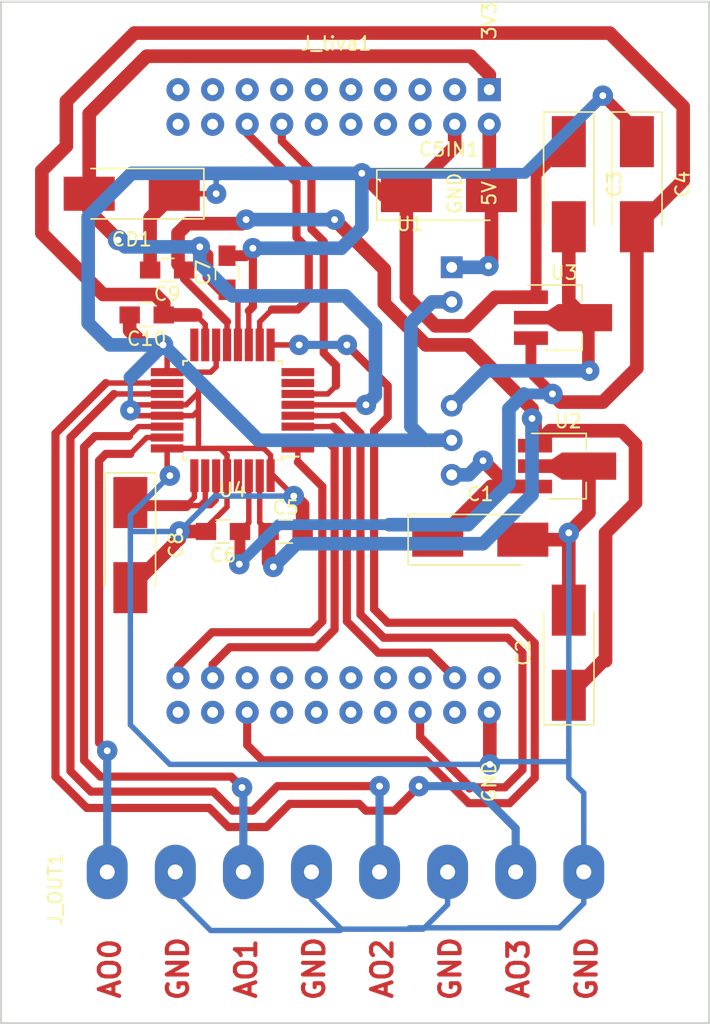
<source format=kicad_pcb>
(kicad_pcb (version 4) (host pcbnew 4.0.6+dfsg1-1)

  (general
    (links 67)
    (no_connects 0)
    (area 73.924999 40.924999 126.075001 116.075001)
    (thickness 1.6)
    (drawings 13)
    (tracks 434)
    (zones 0)
    (modules 18)
    (nets 20)
  )

  (page A4)
  (layers
    (0 F.Cu signal)
    (31 B.Cu signal)
    (32 B.Adhes user)
    (33 F.Adhes user)
    (34 B.Paste user)
    (35 F.Paste user)
    (36 B.SilkS user)
    (37 F.SilkS user)
    (38 B.Mask user)
    (39 F.Mask user)
    (40 Dwgs.User user)
    (41 Cmts.User user)
    (42 Eco1.User user)
    (43 Eco2.User user)
    (44 Edge.Cuts user)
    (45 Margin user)
    (46 B.CrtYd user)
    (47 F.CrtYd user)
    (48 B.Fab user)
    (49 F.Fab user)
  )

  (setup
    (last_trace_width 1)
    (user_trace_width 0.2)
    (user_trace_width 0.4)
    (user_trace_width 0.6)
    (user_trace_width 0.8)
    (user_trace_width 1)
    (user_trace_width 1.2)
    (user_trace_width 1.4)
    (user_trace_width 1.6)
    (trace_clearance 0.2)
    (zone_clearance 1)
    (zone_45_only no)
    (trace_min 0.2)
    (segment_width 0.2)
    (edge_width 0.15)
    (via_size 1.2)
    (via_drill 0.5)
    (via_min_size 0.4)
    (via_min_drill 0.3)
    (user_via 1 0.5)
    (user_via 1.2 0.5)
    (user_via 1.5 0.5)
    (user_via 1.5 0.5)
    (user_via 1.5 0.5)
    (user_via 1.5 0.5)
    (user_via 1.5 0.5)
    (user_via 1.5 0.5)
    (uvia_size 0.3)
    (uvia_drill 0.1)
    (uvias_allowed no)
    (uvia_min_size 0.2)
    (uvia_min_drill 0.1)
    (pcb_text_width 0.3)
    (pcb_text_size 1.5 1.5)
    (mod_edge_width 0.15)
    (mod_text_size 1 1)
    (mod_text_width 0.15)
    (pad_size 1.524 1.524)
    (pad_drill 0.762)
    (pad_to_mask_clearance 0.2)
    (aux_axis_origin 74 116)
    (grid_origin 74 116)
    (visible_elements FFFFFF7F)
    (pcbplotparams
      (layerselection 0x00030_80000001)
      (usegerberextensions false)
      (excludeedgelayer true)
      (linewidth 0.100000)
      (plotframeref false)
      (viasonmask false)
      (mode 1)
      (useauxorigin false)
      (hpglpennumber 1)
      (hpglpenspeed 20)
      (hpglpendiameter 15)
      (hpglpenoverlay 2)
      (psnegative false)
      (psa4output false)
      (plotreference true)
      (plotvalue true)
      (plotinvisibletext false)
      (padsonsilk false)
      (subtractmaskfromsilk false)
      (outputformat 1)
      (mirror false)
      (drillshape 1)
      (scaleselection 1)
      (outputdirectory ""))
  )

  (net 0 "")
  (net 1 "Net-(C1-Pad1)")
  (net 2 GND)
  (net 3 +12V)
  (net 4 "Net-(C3-Pad2)")
  (net 5 -12V)
  (net 6 +5V)
  (net 7 +3V3)
  (net 8 "Net-(C8-Pad1)")
  (net 9 /AO3)
  (net 10 /AO2)
  (net 11 /AO1)
  (net 12 /AO0)
  (net 13 /PK7)
  (net 14 /PK6)
  (net 15 /PK4)
  (net 16 /PK2)
  (net 17 /PK3)
  (net 18 /PP3)
  (net 19 /PP5)

  (net_class Default "This is the default net class."
    (clearance 0.2)
    (trace_width 0.25)
    (via_dia 1.2)
    (via_drill 0.5)
    (uvia_dia 0.3)
    (uvia_drill 0.1)
    (add_net +12V)
    (add_net +3V3)
    (add_net +5V)
    (add_net -12V)
    (add_net /AO0)
    (add_net /AO1)
    (add_net /AO2)
    (add_net /AO3)
    (add_net /PK2)
    (add_net /PK3)
    (add_net /PK4)
    (add_net /PK6)
    (add_net /PK7)
    (add_net /PP3)
    (add_net /PP5)
    (add_net GND)
    (add_net "Net-(C1-Pad1)")
    (add_net "Net-(C3-Pad2)")
    (add_net "Net-(C8-Pad1)")
  )

  (module Capacitors_SMD:C_0805_HandSoldering (layer F.Cu) (tedit 58AA84A8) (tstamp 5AD75A7F)
    (at 84.7 64 180)
    (descr "Capacitor SMD 0805, hand soldering")
    (tags "capacitor 0805")
    (path /5AD75E99)
    (attr smd)
    (fp_text reference C10 (at 0 -1.75 180) (layer F.SilkS)
      (effects (font (size 1 1) (thickness 0.15)))
    )
    (fp_text value 100nF (at 0 1.75 180) (layer F.Fab)
      (effects (font (size 1 1) (thickness 0.15)))
    )
    (fp_text user %R (at 0 -1.75 180) (layer F.Fab)
      (effects (font (size 1 1) (thickness 0.15)))
    )
    (fp_line (start -1 0.62) (end -1 -0.62) (layer F.Fab) (width 0.1))
    (fp_line (start 1 0.62) (end -1 0.62) (layer F.Fab) (width 0.1))
    (fp_line (start 1 -0.62) (end 1 0.62) (layer F.Fab) (width 0.1))
    (fp_line (start -1 -0.62) (end 1 -0.62) (layer F.Fab) (width 0.1))
    (fp_line (start 0.5 -0.85) (end -0.5 -0.85) (layer F.SilkS) (width 0.12))
    (fp_line (start -0.5 0.85) (end 0.5 0.85) (layer F.SilkS) (width 0.12))
    (fp_line (start -2.25 -0.88) (end 2.25 -0.88) (layer F.CrtYd) (width 0.05))
    (fp_line (start -2.25 -0.88) (end -2.25 0.87) (layer F.CrtYd) (width 0.05))
    (fp_line (start 2.25 0.87) (end 2.25 -0.88) (layer F.CrtYd) (width 0.05))
    (fp_line (start 2.25 0.87) (end -2.25 0.87) (layer F.CrtYd) (width 0.05))
    (pad 1 smd rect (at -1.25 0 180) (size 1.5 1.25) (layers F.Cu F.Paste F.Mask)
      (net 5 -12V))
    (pad 2 smd rect (at 1.25 0 180) (size 1.5 1.25) (layers F.Cu F.Paste F.Mask)
      (net 2 GND))
    (model Capacitors_SMD.3dshapes/C_0805.wrl
      (at (xyz 0 0 0))
      (scale (xyz 1 1 1))
      (rotate (xyz 0 0 0))
    )
  )

  (module Capacitors_SMD:C_0805_HandSoldering (layer F.Cu) (tedit 58AA84A8) (tstamp 5AD75A79)
    (at 86.2 60.7 180)
    (descr "Capacitor SMD 0805, hand soldering")
    (tags "capacitor 0805")
    (path /5AD75C66)
    (attr smd)
    (fp_text reference C9 (at 0 -1.75 180) (layer F.SilkS)
      (effects (font (size 1 1) (thickness 0.15)))
    )
    (fp_text value 100nF (at 0 1.75 180) (layer F.Fab)
      (effects (font (size 1 1) (thickness 0.15)))
    )
    (fp_text user %R (at 0 -1.75 180) (layer F.Fab)
      (effects (font (size 1 1) (thickness 0.15)))
    )
    (fp_line (start -1 0.62) (end -1 -0.62) (layer F.Fab) (width 0.1))
    (fp_line (start 1 0.62) (end -1 0.62) (layer F.Fab) (width 0.1))
    (fp_line (start 1 -0.62) (end 1 0.62) (layer F.Fab) (width 0.1))
    (fp_line (start -1 -0.62) (end 1 -0.62) (layer F.Fab) (width 0.1))
    (fp_line (start 0.5 -0.85) (end -0.5 -0.85) (layer F.SilkS) (width 0.12))
    (fp_line (start -0.5 0.85) (end 0.5 0.85) (layer F.SilkS) (width 0.12))
    (fp_line (start -2.25 -0.88) (end 2.25 -0.88) (layer F.CrtYd) (width 0.05))
    (fp_line (start -2.25 -0.88) (end -2.25 0.87) (layer F.CrtYd) (width 0.05))
    (fp_line (start 2.25 0.87) (end 2.25 -0.88) (layer F.CrtYd) (width 0.05))
    (fp_line (start 2.25 0.87) (end -2.25 0.87) (layer F.CrtYd) (width 0.05))
    (pad 1 smd rect (at -1.25 0 180) (size 1.5 1.25) (layers F.Cu F.Paste F.Mask)
      (net 3 +12V))
    (pad 2 smd rect (at 1.25 0 180) (size 1.5 1.25) (layers F.Cu F.Paste F.Mask)
      (net 2 GND))
    (model Capacitors_SMD.3dshapes/C_0805.wrl
      (at (xyz 0 0 0))
      (scale (xyz 1 1 1))
      (rotate (xyz 0 0 0))
    )
  )

  (module tiva_dac_ad5764:TQFP-32_HAND (layer F.Cu) (tedit 5AD7415B) (tstamp 5AD756AB)
    (at 91 71 180)
    (descr "LQFP32: plastic low profile quad flat package; 32 leads; body 7 x 7 x 1.4 mm (see NXP sot358-1_po.pdf and sot358-1_fr.pdf)")
    (tags "QFP 0.8")
    (path /5AD73364)
    (attr smd)
    (fp_text reference U4 (at 0 -5.85 180) (layer F.SilkS)
      (effects (font (size 1 1) (thickness 0.15)))
    )
    (fp_text value AD5764 (at 0 5.85 180) (layer F.Fab)
      (effects (font (size 1 1) (thickness 0.15)))
    )
    (fp_text user %R (at 0 0 180) (layer F.Fab)
      (effects (font (size 1 1) (thickness 0.15)))
    )
    (fp_line (start -2.5 -3.5) (end 3.5 -3.5) (layer F.Fab) (width 0.15))
    (fp_line (start 3.5 -3.5) (end 3.5 3.5) (layer F.Fab) (width 0.15))
    (fp_line (start 3.5 3.5) (end -3.5 3.5) (layer F.Fab) (width 0.15))
    (fp_line (start -3.5 3.5) (end -3.5 -2.5) (layer F.Fab) (width 0.15))
    (fp_line (start -3.5 -2.5) (end -2.5 -3.5) (layer F.Fab) (width 0.15))
    (fp_line (start -5.1 -5.1) (end -5.1 5.1) (layer F.CrtYd) (width 0.05))
    (fp_line (start 5.1 -5.1) (end 5.1 5.1) (layer F.CrtYd) (width 0.05))
    (fp_line (start -5.1 -5.1) (end 5.1 -5.1) (layer F.CrtYd) (width 0.05))
    (fp_line (start -5.1 5.1) (end 5.1 5.1) (layer F.CrtYd) (width 0.05))
    (fp_line (start -3.625 -3.625) (end -3.625 -3.4) (layer F.SilkS) (width 0.15))
    (fp_line (start 3.625 -3.625) (end 3.625 -3.325) (layer F.SilkS) (width 0.15))
    (fp_line (start 3.625 3.625) (end 3.625 3.325) (layer F.SilkS) (width 0.15))
    (fp_line (start -3.625 3.625) (end -3.625 3.325) (layer F.SilkS) (width 0.15))
    (fp_line (start -3.625 -3.625) (end -3.325 -3.625) (layer F.SilkS) (width 0.15))
    (fp_line (start -3.625 3.625) (end -3.325 3.625) (layer F.SilkS) (width 0.15))
    (fp_line (start 3.625 3.625) (end 3.325 3.625) (layer F.SilkS) (width 0.15))
    (fp_line (start 3.625 -3.625) (end 3.325 -3.625) (layer F.SilkS) (width 0.15))
    (fp_line (start -3.625 -3.4) (end -4.85 -3.4) (layer F.SilkS) (width 0.15))
    (pad 1 smd rect (at -4.8 -2.8 180) (size 2.4 0.6) (layers F.Cu F.Paste F.Mask)
      (net 13 /PK7))
    (pad 2 smd rect (at -4.8 -2 180) (size 2.4 0.6) (layers F.Cu F.Paste F.Mask)
      (net 14 /PK6))
    (pad 3 smd rect (at -4.8 -1.2 180) (size 2.4 0.6) (layers F.Cu F.Paste F.Mask)
      (net 15 /PK4))
    (pad 4 smd rect (at -4.8 -0.4 180) (size 2.4 0.6) (layers F.Cu F.Paste F.Mask)
      (net 19 /PP5))
    (pad 5 smd rect (at -4.8 0.4 180) (size 2.4 0.6) (layers F.Cu F.Paste F.Mask)
      (net 7 +3V3))
    (pad 6 smd rect (at -4.8 1.2 180) (size 2.4 0.6) (layers F.Cu F.Paste F.Mask)
      (net 16 /PK2))
    (pad 7 smd rect (at -4.8 2 180) (size 2.4 0.6) (layers F.Cu F.Paste F.Mask))
    (pad 8 smd rect (at -4.8 2.8 180) (size 2.4 0.6) (layers F.Cu F.Paste F.Mask))
    (pad 9 smd rect (at -2.8 4.8 270) (size 2.4 0.6) (layers F.Cu F.Paste F.Mask)
      (net 18 /PP3))
    (pad 10 smd rect (at -2 4.8 270) (size 2.4 0.6) (layers F.Cu F.Paste F.Mask)
      (net 17 /PK3))
    (pad 11 smd rect (at -1.2 4.8 270) (size 2.4 0.6) (layers F.Cu F.Paste F.Mask)
      (net 2 GND))
    (pad 12 smd rect (at -0.4 4.8 270) (size 2.4 0.6) (layers F.Cu F.Paste F.Mask)
      (net 7 +3V3))
    (pad 13 smd rect (at 0.4 4.8 270) (size 2.4 0.6) (layers F.Cu F.Paste F.Mask)
      (net 3 +12V))
    (pad 14 smd rect (at 1.2 4.8 270) (size 2.4 0.6) (layers F.Cu F.Paste F.Mask)
      (net 2 GND))
    (pad 15 smd rect (at 2 4.8 270) (size 2.4 0.6) (layers F.Cu F.Paste F.Mask)
      (net 5 -12V))
    (pad 16 smd rect (at 2.8 4.8 270) (size 2.4 0.6) (layers F.Cu F.Paste F.Mask))
    (pad 17 smd rect (at 4.8 2.8 180) (size 2.4 0.6) (layers F.Cu F.Paste F.Mask)
      (net 2 GND))
    (pad 18 smd rect (at 4.8 2 180) (size 2.4 0.6) (layers F.Cu F.Paste F.Mask)
      (net 9 /AO3))
    (pad 19 smd rect (at 4.8 1.2 180) (size 2.4 0.6) (layers F.Cu F.Paste F.Mask)
      (net 10 /AO2))
    (pad 20 smd rect (at 4.8 0.4 180) (size 2.4 0.6) (layers F.Cu F.Paste F.Mask)
      (net 2 GND))
    (pad 21 smd rect (at 4.8 -0.4 180) (size 2.4 0.6) (layers F.Cu F.Paste F.Mask)
      (net 2 GND))
    (pad 22 smd rect (at 4.8 -1.2 180) (size 2.4 0.6) (layers F.Cu F.Paste F.Mask)
      (net 11 /AO1))
    (pad 23 smd rect (at 4.8 -2 180) (size 2.4 0.6) (layers F.Cu F.Paste F.Mask)
      (net 12 /AO0))
    (pad 24 smd rect (at 4.8 -2.8 180) (size 2.4 0.6) (layers F.Cu F.Paste F.Mask)
      (net 2 GND))
    (pad 25 smd rect (at 2.8 -4.8 270) (size 2.4 0.6) (layers F.Cu F.Paste F.Mask)
      (net 8 "Net-(C8-Pad1)"))
    (pad 26 smd rect (at 2 -4.8 270) (size 2.4 0.6) (layers F.Cu F.Paste F.Mask)
      (net 8 "Net-(C8-Pad1)"))
    (pad 27 smd rect (at 1.2 -4.8 270) (size 2.4 0.6) (layers F.Cu F.Paste F.Mask)
      (net 8 "Net-(C8-Pad1)"))
    (pad 28 smd rect (at 0.4 -4.8 270) (size 2.4 0.6) (layers F.Cu F.Paste F.Mask)
      (net 2 GND))
    (pad 29 smd rect (at -0.4 -4.8 270) (size 2.4 0.6) (layers F.Cu F.Paste F.Mask))
    (pad 30 smd rect (at -1.2 -4.8 270) (size 2.4 0.6) (layers F.Cu F.Paste F.Mask)
      (net 5 -12V))
    (pad 31 smd rect (at -2 -4.8 270) (size 2.4 0.6) (layers F.Cu F.Paste F.Mask)
      (net 3 +12V))
    (pad 32 smd rect (at -2.8 -4.8 270) (size 2.4 0.6) (layers F.Cu F.Paste F.Mask)
      (net 2 GND))
    (model Housings_QFP.3dshapes/LQFP-32_7x7mm_Pitch0.8mm.wrl
      (at (xyz 0 0 0))
      (scale (xyz 1 1 1))
      (rotate (xyz 0 0 0))
    )
  )

  (module TO_SOT_Packages_SMD:SOT89-3_Housing_Handsoldering (layer F.Cu) (tedit 58961BA7) (tstamp 5AD75687)
    (at 114.9 64.2)
    (descr "SOT89-3, Housing, Handsoldering,")
    (tags "SOT89-3 Housing Handsoldering ")
    (path /5AD71543)
    (attr smd)
    (fp_text reference U3 (at 0.45 -3.3) (layer F.SilkS)
      (effects (font (size 1 1) (thickness 0.15)))
    )
    (fp_text value L79L12 (at 0.5 3.15) (layer F.Fab)
      (effects (font (size 1 1) (thickness 0.15)))
    )
    (fp_line (start -3.5 2.55) (end 4.25 2.55) (layer F.CrtYd) (width 0.05))
    (fp_line (start 4.25 2.55) (end 4.25 -2.55) (layer F.CrtYd) (width 0.05))
    (fp_line (start 4.25 -2.55) (end -3.5 -2.55) (layer F.CrtYd) (width 0.05))
    (fp_line (start -3.5 -2.55) (end -3.5 2.55) (layer F.CrtYd) (width 0.05))
    (fp_line (start 1.78 1.2) (end 1.78 2.4) (layer F.SilkS) (width 0.12))
    (fp_line (start 1.78 2.4) (end -0.92 2.4) (layer F.SilkS) (width 0.12))
    (fp_line (start -2.22 -2.4) (end 1.78 -2.4) (layer F.SilkS) (width 0.12))
    (fp_line (start 1.78 -2.4) (end 1.78 -1.2) (layer F.SilkS) (width 0.12))
    (fp_line (start -0.92 -1.51) (end -0.13 -2.3) (layer F.Fab) (width 0.1))
    (fp_line (start 1.68 -2.3) (end 1.68 2.3) (layer F.Fab) (width 0.1))
    (fp_line (start 1.68 2.3) (end -0.92 2.3) (layer F.Fab) (width 0.1))
    (fp_line (start -0.92 2.3) (end -0.92 -1.51) (layer F.Fab) (width 0.1))
    (fp_line (start -0.13 -2.3) (end 1.68 -2.3) (layer F.Fab) (width 0.1))
    (pad 1 smd rect (at -1.98 -1.5 270) (size 1 2.5) (layers F.Cu F.Paste F.Mask)
      (net 2 GND))
    (pad 2 smd rect (at -1.98 0 270) (size 1 2.5) (layers F.Cu F.Paste F.Mask)
      (net 4 "Net-(C3-Pad2)"))
    (pad 3 smd rect (at -1.98 1.5 270) (size 1 2.5) (layers F.Cu F.Paste F.Mask)
      (net 5 -12V))
    (pad 2 smd rect (at 1.98 0 270) (size 2 4) (layers F.Cu F.Paste F.Mask)
      (net 4 "Net-(C3-Pad2)"))
    (pad 2 smd trapezoid (at -0.37 0 90) (size 1.5 0.75) (rect_delta 0 0.5 ) (layers F.Cu F.Paste F.Mask)
      (net 4 "Net-(C3-Pad2)"))
    (model TO_SOT_Packages_SMD.3dshapes/SOT89-3_Housing_Handsoldering.wrl
      (at (xyz 0.02 0 0))
      (scale (xyz 0.39 0.39 0.39))
      (rotate (xyz 0 0 90))
    )
  )

  (module TO_SOT_Packages_SMD:SOT89-3_Housing_Handsoldering (layer F.Cu) (tedit 58961BA7) (tstamp 5AD7567E)
    (at 115.2 75.1)
    (descr "SOT89-3, Housing, Handsoldering,")
    (tags "SOT89-3 Housing Handsoldering ")
    (path /5AD714F2)
    (attr smd)
    (fp_text reference U2 (at 0.45 -3.3) (layer F.SilkS)
      (effects (font (size 1 1) (thickness 0.15)))
    )
    (fp_text value L78L12 (at 0.5 3.15) (layer F.Fab)
      (effects (font (size 1 1) (thickness 0.15)))
    )
    (fp_line (start -3.5 2.55) (end 4.25 2.55) (layer F.CrtYd) (width 0.05))
    (fp_line (start 4.25 2.55) (end 4.25 -2.55) (layer F.CrtYd) (width 0.05))
    (fp_line (start 4.25 -2.55) (end -3.5 -2.55) (layer F.CrtYd) (width 0.05))
    (fp_line (start -3.5 -2.55) (end -3.5 2.55) (layer F.CrtYd) (width 0.05))
    (fp_line (start 1.78 1.2) (end 1.78 2.4) (layer F.SilkS) (width 0.12))
    (fp_line (start 1.78 2.4) (end -0.92 2.4) (layer F.SilkS) (width 0.12))
    (fp_line (start -2.22 -2.4) (end 1.78 -2.4) (layer F.SilkS) (width 0.12))
    (fp_line (start 1.78 -2.4) (end 1.78 -1.2) (layer F.SilkS) (width 0.12))
    (fp_line (start -0.92 -1.51) (end -0.13 -2.3) (layer F.Fab) (width 0.1))
    (fp_line (start 1.68 -2.3) (end 1.68 2.3) (layer F.Fab) (width 0.1))
    (fp_line (start 1.68 2.3) (end -0.92 2.3) (layer F.Fab) (width 0.1))
    (fp_line (start -0.92 2.3) (end -0.92 -1.51) (layer F.Fab) (width 0.1))
    (fp_line (start -0.13 -2.3) (end 1.68 -2.3) (layer F.Fab) (width 0.1))
    (pad 1 smd rect (at -1.98 -1.5 270) (size 1 2.5) (layers F.Cu F.Paste F.Mask)
      (net 3 +12V))
    (pad 2 smd rect (at -1.98 0 270) (size 1 2.5) (layers F.Cu F.Paste F.Mask)
      (net 2 GND))
    (pad 3 smd rect (at -1.98 1.5 270) (size 1 2.5) (layers F.Cu F.Paste F.Mask)
      (net 1 "Net-(C1-Pad1)"))
    (pad 2 smd rect (at 1.98 0 270) (size 2 4) (layers F.Cu F.Paste F.Mask)
      (net 2 GND))
    (pad 2 smd trapezoid (at -0.37 0 90) (size 1.5 0.75) (rect_delta 0 0.5 ) (layers F.Cu F.Paste F.Mask)
      (net 2 GND))
    (model TO_SOT_Packages_SMD.3dshapes/SOT89-3_Housing_Handsoldering.wrl
      (at (xyz 0.02 0 0))
      (scale (xyz 0.39 0.39 0.39))
      (rotate (xyz 0 0 90))
    )
  )

  (module tiva_dac_ad5764:TIVA_BOOSTERPACK (layer F.Cu) (tedit 5AB38CDE) (tstamp 5AD7566B)
    (at 87 50)
    (descr http://www.farnell.com/datasheets/1520732.pdf)
    (tags "connector multicomp MC9A MC9A12")
    (path /5AD70E1D)
    (fp_text reference J_tiva1 (at 11.61 -5.93) (layer F.SilkS)
      (effects (font (size 1 1) (thickness 0.15)))
    )
    (fp_text value CONN_02X20 (at 5.1594 47.5442) (layer F.Fab)
      (effects (font (size 1 1) (thickness 0.15)))
    )
    (fp_text user GND (at 22.86 48.26 90) (layer F.SilkS)
      (effects (font (size 1 1) (thickness 0.15)))
    )
    (fp_text user GND (at 20.32 5.08 90) (layer F.SilkS)
      (effects (font (size 1 1) (thickness 0.15)))
    )
    (fp_text user 5V (at 22.86 5.08 90) (layer F.SilkS)
      (effects (font (size 1 1) (thickness 0.15)))
    )
    (fp_text user 3V3 (at 22.86 -7.62 90) (layer F.SilkS)
      (effects (font (size 1 1) (thickness 0.15)))
    )
    (fp_text user X1 (at -1.7018 3.683) (layer F.Fab)
      (effects (font (size 1 1) (thickness 0.15)))
    )
    (fp_text user X2 (at -1.4478 37.1602) (layer F.Fab)
      (effects (font (size 1 1) (thickness 0.15)))
    )
    (fp_line (start -2.54 38.1) (end -2.54 45.72) (layer F.Fab) (width 0.15))
    (fp_line (start 25.4 38.1) (end -2.54 38.1) (layer F.Fab) (width 0.15))
    (fp_line (start 25.4 45.72) (end 25.4 38.1) (layer F.Fab) (width 0.15))
    (fp_line (start -2.54 45.72) (end 25.4 45.72) (layer F.Fab) (width 0.15))
    (fp_line (start -2.54 2.54) (end 25.4 2.54) (layer F.Fab) (width 0.15))
    (fp_line (start 25.4 2.54) (end 25.4 -5.08) (layer F.Fab) (width 0.15))
    (fp_line (start 25.4 -5.08) (end -2.54 -5.08) (layer F.Fab) (width 0.15))
    (fp_line (start -2.54 -5.08) (end -2.54 2.54) (layer F.Fab) (width 0.15))
    (pad 40 thru_hole circle (at 0 43.18) (size 1.7 1.7) (drill 0.8) (layers *.Cu *.Mask))
    (pad 39 thru_hole circle (at 0 40.64) (size 1.7 1.7) (drill 0.8) (layers *.Cu *.Mask)
      (net 13 /PK7))
    (pad 38 thru_hole circle (at 2.54 43.18) (size 1.7 1.7) (drill 0.8) (layers *.Cu *.Mask))
    (pad 37 thru_hole circle (at 2.54 40.64) (size 1.7 1.7) (drill 0.8) (layers *.Cu *.Mask)
      (net 14 /PK6))
    (pad 36 thru_hole circle (at 5.08 43.18) (size 1.7 1.7) (drill 0.8) (layers *.Cu *.Mask)
      (net 18 /PP3))
    (pad 35 thru_hole circle (at 5.08 40.64) (size 1.7 1.7) (drill 0.8) (layers *.Cu *.Mask))
    (pad 34 thru_hole circle (at 7.62 43.18) (size 1.7 1.7) (drill 0.8) (layers *.Cu *.Mask))
    (pad 33 thru_hole circle (at 7.62 40.64) (size 1.7 1.7) (drill 0.8) (layers *.Cu *.Mask))
    (pad 32 thru_hole circle (at 10.16 43.18) (size 1.7 1.7) (drill 0.8) (layers *.Cu *.Mask))
    (pad 31 thru_hole circle (at 10.16 40.64) (size 1.7 1.7) (drill 0.8) (layers *.Cu *.Mask))
    (pad 30 thru_hole circle (at 12.7 43.18) (size 1.7 1.7) (drill 0.8) (layers *.Cu *.Mask))
    (pad 29 thru_hole circle (at 12.7 40.64) (size 1.7 1.7) (drill 0.8) (layers *.Cu *.Mask))
    (pad 28 thru_hole circle (at 15.24 43.18) (size 1.7 1.7) (drill 0.8) (layers *.Cu *.Mask))
    (pad 27 thru_hole circle (at 15.24 40.64) (size 1.7 1.7) (drill 0.8) (layers *.Cu *.Mask))
    (pad 26 thru_hole circle (at 17.78 43.18) (size 1.7 1.7) (drill 0.8) (layers *.Cu *.Mask)
      (net 19 /PP5))
    (pad 25 thru_hole circle (at 17.78 40.64) (size 1.7 1.7) (drill 0.8) (layers *.Cu *.Mask))
    (pad 24 thru_hole circle (at 20.32 43.18) (size 1.7 1.7) (drill 0.8) (layers *.Cu *.Mask))
    (pad 23 thru_hole circle (at 20.32 40.64) (size 1.7 1.7) (drill 0.8) (layers *.Cu *.Mask)
      (net 15 /PK4))
    (pad 22 thru_hole circle (at 22.86 43.18) (size 1.7 1.7) (drill 0.8) (layers *.Cu *.Mask)
      (net 2 GND))
    (pad 21 thru_hole circle (at 22.86 40.64) (size 1.7 1.7) (drill 0.8) (layers *.Cu *.Mask))
    (pad 1 thru_hole rect (at 22.86 -2.54) (size 1.7 1.7) (drill 0.8) (layers *.Cu *.Mask)
      (net 7 +3V3))
    (pad 2 thru_hole circle (at 22.86 0) (size 1.7 1.7) (drill 0.8) (layers *.Cu *.Mask)
      (net 6 +5V))
    (pad 3 thru_hole circle (at 20.32 -2.54) (size 1.7 1.7) (drill 0.8) (layers *.Cu *.Mask))
    (pad 4 thru_hole circle (at 20.32 0) (size 1.7 1.7) (drill 0.8) (layers *.Cu *.Mask)
      (net 2 GND))
    (pad 5 thru_hole circle (at 17.78 -2.54) (size 1.7 1.7) (drill 0.8) (layers *.Cu *.Mask))
    (pad 6 thru_hole circle (at 17.78 0) (size 1.7 1.7) (drill 0.8) (layers *.Cu *.Mask))
    (pad 7 thru_hole circle (at 15.24 -2.54) (size 1.7 1.7) (drill 0.8) (layers *.Cu *.Mask))
    (pad 8 thru_hole circle (at 15.24 0) (size 1.7 1.7) (drill 0.8) (layers *.Cu *.Mask))
    (pad 9 thru_hole circle (at 12.7 -2.54) (size 1.7 1.7) (drill 0.8) (layers *.Cu *.Mask))
    (pad 10 thru_hole circle (at 12.7 0) (size 1.7 1.7) (drill 0.8) (layers *.Cu *.Mask))
    (pad 11 thru_hole circle (at 10.16 -2.54) (size 1.7 1.7) (drill 0.8) (layers *.Cu *.Mask))
    (pad 12 thru_hole circle (at 10.16 0) (size 1.7 1.7) (drill 0.8) (layers *.Cu *.Mask))
    (pad 13 thru_hole circle (at 7.62 -2.54) (size 1.7 1.7) (drill 0.8) (layers *.Cu *.Mask))
    (pad 14 thru_hole circle (at 7.62 0) (size 1.7 1.7) (drill 0.8) (layers *.Cu *.Mask)
      (net 16 /PK2))
    (pad 15 thru_hole circle (at 5.08 -2.54) (size 1.7 1.7) (drill 0.8) (layers *.Cu *.Mask))
    (pad 16 thru_hole circle (at 5.08 0) (size 1.7 1.7) (drill 0.8) (layers *.Cu *.Mask)
      (net 17 /PK3))
    (pad 17 thru_hole circle (at 2.54 -2.54) (size 1.7 1.7) (drill 0.8) (layers *.Cu *.Mask))
    (pad 18 thru_hole circle (at 2.54 0) (size 1.7 1.7) (drill 0.8) (layers *.Cu *.Mask))
    (pad 19 thru_hole circle (at 0 -2.54) (size 1.7 1.7) (drill 0.8) (layers *.Cu *.Mask))
    (pad 20 thru_hole circle (at 0 0) (size 1.7 1.7) (drill 0.8) (layers *.Cu *.Mask))
  )

  (module tiva_dac_ad5764:Header_1x8_pitch_5.0mm (layer F.Cu) (tedit 5AD75553) (tstamp 5AD7563F)
    (at 81.8 104.9 90)
    (path /5AD754D1)
    (fp_text reference J_OUT1 (at -1.27 -3.81 90) (layer F.SilkS)
      (effects (font (size 1 1) (thickness 0.15)))
    )
    (fp_text value CONN_01X08 (at 0 38.5 90) (layer F.Fab)
      (effects (font (size 1 1) (thickness 0.15)))
    )
    (fp_line (start -4.125 27.5) (end 4.125 27.5) (layer F.Fab) (width 0.15))
    (fp_line (start -4.125 27.5) (end -4.125 37.5) (layer F.Fab) (width 0.15))
    (fp_line (start -4.125 37.5) (end 4.125 37.5) (layer F.Fab) (width 0.15))
    (fp_line (start 4.125 27.5) (end 4.125 37.5) (layer F.Fab) (width 0.15))
    (fp_line (start 4.125 27.5) (end 4.125 37.5) (layer F.Fab) (width 0.15))
    (fp_line (start -4.125 37.5) (end 4.125 37.5) (layer F.Fab) (width 0.15))
    (fp_line (start -4.125 27.5) (end -4.125 37.5) (layer F.Fab) (width 0.15))
    (fp_line (start -4.125 27.5) (end 4.125 27.5) (layer F.Fab) (width 0.15))
    (fp_line (start -4.125 27.5) (end 4.125 27.5) (layer F.Fab) (width 0.15))
    (fp_line (start -4.125 27.5) (end -4.125 37.5) (layer F.Fab) (width 0.15))
    (fp_line (start -4.125 37.5) (end 4.125 37.5) (layer F.Fab) (width 0.15))
    (fp_line (start 4.125 27.5) (end 4.125 37.5) (layer F.Fab) (width 0.15))
    (fp_line (start 4.125 27.5) (end 4.125 37.5) (layer F.Fab) (width 0.15))
    (fp_line (start -4.125 37.5) (end 4.125 37.5) (layer F.Fab) (width 0.15))
    (fp_line (start -4.125 27.5) (end -4.125 37.5) (layer F.Fab) (width 0.15))
    (fp_line (start -4.125 27.5) (end 4.125 27.5) (layer F.Fab) (width 0.15))
    (fp_line (start -4.125 32.5) (end 4.125 32.5) (layer F.Fab) (width 0.15))
    (fp_circle (center 0 30) (end 1.25 28.525) (layer F.Fab) (width 0.15))
    (fp_circle (center 0 35) (end 1.375 33.55) (layer F.Fab) (width 0.15))
    (fp_line (start -4.125 37.5) (end 4.125 37.5) (layer F.Fab) (width 0.15))
    (fp_line (start -4.125 37.5) (end 4.125 37.5) (layer F.Fab) (width 0.15))
    (fp_line (start -4.125 37.5) (end 4.125 37.5) (layer F.Fab) (width 0.15))
    (fp_line (start -4.125 37.5) (end 4.125 37.5) (layer F.Fab) (width 0.15))
    (fp_circle (center 0 25) (end 1.375 23.55) (layer F.Fab) (width 0.15))
    (fp_circle (center 0 20) (end 1.25 18.525) (layer F.Fab) (width 0.15))
    (fp_line (start -4.125 22.5) (end 4.125 22.5) (layer F.Fab) (width 0.15))
    (fp_line (start -4.125 17.5) (end 4.125 17.5) (layer F.Fab) (width 0.15))
    (fp_line (start -4.125 17.5) (end -4.125 27.5) (layer F.Fab) (width 0.15))
    (fp_line (start -4.125 27.5) (end 4.125 27.5) (layer F.Fab) (width 0.15))
    (fp_line (start 4.125 17.5) (end 4.125 27.5) (layer F.Fab) (width 0.15))
    (fp_line (start 4.125 17.5) (end 4.125 27.5) (layer F.Fab) (width 0.15))
    (fp_line (start -4.125 27.5) (end 4.125 27.5) (layer F.Fab) (width 0.15))
    (fp_line (start -4.125 17.5) (end -4.125 27.5) (layer F.Fab) (width 0.15))
    (fp_line (start -4.125 17.5) (end 4.125 17.5) (layer F.Fab) (width 0.15))
    (fp_line (start -4.125 17.5) (end 4.125 17.5) (layer F.Fab) (width 0.15))
    (fp_line (start -4.125 17.5) (end -4.125 27.5) (layer F.Fab) (width 0.15))
    (fp_line (start -4.125 27.5) (end 4.125 27.5) (layer F.Fab) (width 0.15))
    (fp_line (start 4.125 17.5) (end 4.125 27.5) (layer F.Fab) (width 0.15))
    (fp_line (start 4.125 17.5) (end 4.125 27.5) (layer F.Fab) (width 0.15))
    (fp_line (start -4.125 27.5) (end 4.125 27.5) (layer F.Fab) (width 0.15))
    (fp_line (start -4.125 17.5) (end -4.125 27.5) (layer F.Fab) (width 0.15))
    (fp_line (start -4.125 17.5) (end 4.125 17.5) (layer F.Fab) (width 0.15))
    (fp_line (start -4.125 7.5) (end 4.125 7.5) (layer F.Fab) (width 0.15))
    (fp_line (start -4.125 7.5) (end -4.125 17.5) (layer F.Fab) (width 0.15))
    (fp_line (start -4.125 17.5) (end 4.125 17.5) (layer F.Fab) (width 0.15))
    (fp_line (start 4.125 7.5) (end 4.125 17.5) (layer F.Fab) (width 0.15))
    (fp_line (start 4.125 7.5) (end 4.125 17.5) (layer F.Fab) (width 0.15))
    (fp_line (start -4.125 17.5) (end 4.125 17.5) (layer F.Fab) (width 0.15))
    (fp_line (start -4.125 7.5) (end -4.125 17.5) (layer F.Fab) (width 0.15))
    (fp_line (start -4.125 7.5) (end 4.125 7.5) (layer F.Fab) (width 0.15))
    (fp_line (start -4.125 7.5) (end 4.125 7.5) (layer F.Fab) (width 0.15))
    (fp_line (start -4.125 7.5) (end -4.125 17.5) (layer F.Fab) (width 0.15))
    (fp_line (start -4.125 17.5) (end 4.125 17.5) (layer F.Fab) (width 0.15))
    (fp_line (start 4.125 7.5) (end 4.125 17.5) (layer F.Fab) (width 0.15))
    (fp_line (start 4.125 7.5) (end 4.125 17.5) (layer F.Fab) (width 0.15))
    (fp_line (start -4.125 17.5) (end 4.125 17.5) (layer F.Fab) (width 0.15))
    (fp_line (start -4.125 7.5) (end -4.125 17.5) (layer F.Fab) (width 0.15))
    (fp_line (start -4.125 7.5) (end 4.125 7.5) (layer F.Fab) (width 0.15))
    (fp_line (start -4.125 12.5) (end 4.125 12.5) (layer F.Fab) (width 0.15))
    (fp_circle (center 0 10) (end 1.25 8.525) (layer F.Fab) (width 0.15))
    (fp_circle (center 0 15) (end 1.375 13.55) (layer F.Fab) (width 0.15))
    (fp_circle (center 0 5) (end 1.375 3.55) (layer F.Fab) (width 0.15))
    (fp_circle (center 0 0) (end 1.25 -1.475) (layer F.Fab) (width 0.15))
    (fp_line (start -4.125 2.5) (end 4.125 2.5) (layer F.Fab) (width 0.15))
    (fp_line (start -4.125 -2.5) (end 4.125 -2.5) (layer F.Fab) (width 0.15))
    (fp_line (start -4.125 -2.5) (end -4.125 7.5) (layer F.Fab) (width 0.15))
    (fp_line (start -4.125 7.5) (end 4.125 7.5) (layer F.Fab) (width 0.15))
    (fp_line (start 4.125 -2.5) (end 4.125 7.5) (layer F.Fab) (width 0.15))
    (fp_line (start 4.125 -2.5) (end 4.125 7.5) (layer F.Fab) (width 0.15))
    (fp_line (start -4.125 7.5) (end 4.125 7.5) (layer F.Fab) (width 0.15))
    (fp_line (start -4.125 -2.5) (end -4.125 7.5) (layer F.Fab) (width 0.15))
    (fp_line (start -4.125 -2.5) (end 4.125 -2.5) (layer F.Fab) (width 0.15))
    (fp_line (start -4.125 -2.5) (end 4.125 -2.5) (layer F.Fab) (width 0.15))
    (fp_line (start -4.125 -2.5) (end -4.125 7.5) (layer F.Fab) (width 0.15))
    (fp_line (start -4.125 7.5) (end 4.125 7.5) (layer F.Fab) (width 0.15))
    (fp_line (start 4.125 -2.5) (end 4.125 7.5) (layer F.Fab) (width 0.15))
    (fp_line (start 4.125 -2.5) (end 4.125 7.5) (layer F.Fab) (width 0.15))
    (fp_line (start -4.125 7.5) (end 4.125 7.5) (layer F.Fab) (width 0.15))
    (fp_line (start -4.125 -2.5) (end -4.125 7.5) (layer F.Fab) (width 0.15))
    (fp_line (start -4.125 -2.5) (end 4.125 -2.5) (layer F.Fab) (width 0.15))
    (pad 8 thru_hole oval (at 0 35 90) (size 4 3) (drill 1.1) (layers *.Cu *.Mask)
      (net 2 GND))
    (pad 7 thru_hole oval (at 0 30 90) (size 4 3) (drill 1.1) (layers *.Cu *.Mask)
      (net 9 /AO3))
    (pad 5 thru_hole oval (at 0 20 90) (size 4 3) (drill 1.1) (layers *.Cu *.Mask)
      (net 10 /AO2))
    (pad 6 thru_hole oval (at 0 25 90) (size 4 3) (drill 1.1) (layers *.Cu *.Mask)
      (net 2 GND))
    (pad 4 thru_hole oval (at 0 15 90) (size 4 3) (drill 1.1) (layers *.Cu *.Mask)
      (net 2 GND))
    (pad 3 thru_hole oval (at 0 10 90) (size 4 3) (drill 1.1) (layers *.Cu *.Mask)
      (net 11 /AO1))
    (pad 1 thru_hole oval (at 0 0 90) (size 4 3) (drill 1.1) (layers *.Cu *.Mask)
      (net 12 /AO0))
    (pad 2 thru_hole oval (at 0 5 90) (size 4 3) (drill 1.1) (layers *.Cu *.Mask)
      (net 2 GND))
  )

  (module Capacitors_Tantalum_SMD:CP_Tantalum_Case-C_EIA-6032-28_Hand (layer F.Cu) (tedit 57B6E980) (tstamp 5AD75633)
    (at 83.6 55.1 180)
    (descr "Tantalum capacitor, Case C, EIA 6032-28, 6.0x3.2x2.5mm, Hand soldering footprint")
    (tags "capacitor tantalum smd")
    (path /5AD7381B)
    (attr smd)
    (fp_text reference CD1 (at 0 -3.35 180) (layer F.SilkS)
      (effects (font (size 1 1) (thickness 0.15)))
    )
    (fp_text value 1uF (at 0 3.35 180) (layer F.Fab)
      (effects (font (size 1 1) (thickness 0.15)))
    )
    (fp_line (start -5.4 -2) (end -5.4 2) (layer F.CrtYd) (width 0.05))
    (fp_line (start -5.4 2) (end 5.4 2) (layer F.CrtYd) (width 0.05))
    (fp_line (start 5.4 2) (end 5.4 -2) (layer F.CrtYd) (width 0.05))
    (fp_line (start 5.4 -2) (end -5.4 -2) (layer F.CrtYd) (width 0.05))
    (fp_line (start -3 -1.6) (end -3 1.6) (layer F.Fab) (width 0.1))
    (fp_line (start -3 1.6) (end 3 1.6) (layer F.Fab) (width 0.1))
    (fp_line (start 3 1.6) (end 3 -1.6) (layer F.Fab) (width 0.1))
    (fp_line (start 3 -1.6) (end -3 -1.6) (layer F.Fab) (width 0.1))
    (fp_line (start -2.4 -1.6) (end -2.4 1.6) (layer F.Fab) (width 0.1))
    (fp_line (start -2.1 -1.6) (end -2.1 1.6) (layer F.Fab) (width 0.1))
    (fp_line (start -5.3 -1.85) (end 3 -1.85) (layer F.SilkS) (width 0.12))
    (fp_line (start -5.3 1.85) (end 3 1.85) (layer F.SilkS) (width 0.12))
    (fp_line (start -5.3 -1.85) (end -5.3 1.85) (layer F.SilkS) (width 0.12))
    (pad 1 smd rect (at -3.125 0 180) (size 3.75 2.5) (layers F.Cu F.Paste F.Mask)
      (net 2 GND))
    (pad 2 smd rect (at 3.125 0 180) (size 3.75 2.5) (layers F.Cu F.Paste F.Mask)
      (net 7 +3V3))
    (model Capacitors_Tantalum_SMD.3dshapes/CP_Tantalum_Case-C_EIA-6032-28.wrl
      (at (xyz 0 0 0))
      (scale (xyz 1 1 1))
      (rotate (xyz 0 0 0))
    )
  )

  (module Capacitors_Tantalum_SMD:CP_Tantalum_Case-C_EIA-6032-28_Hand (layer F.Cu) (tedit 57B6E980) (tstamp 5AD7562D)
    (at 83.5 80.9 270)
    (descr "Tantalum capacitor, Case C, EIA 6032-28, 6.0x3.2x2.5mm, Hand soldering footprint")
    (tags "capacitor tantalum smd")
    (path /5AD74F82)
    (attr smd)
    (fp_text reference C8 (at 0 -3.35 270) (layer F.SilkS)
      (effects (font (size 1 1) (thickness 0.15)))
    )
    (fp_text value 10uF (at 0 3.35 270) (layer F.Fab)
      (effects (font (size 1 1) (thickness 0.15)))
    )
    (fp_line (start -5.4 -2) (end -5.4 2) (layer F.CrtYd) (width 0.05))
    (fp_line (start -5.4 2) (end 5.4 2) (layer F.CrtYd) (width 0.05))
    (fp_line (start 5.4 2) (end 5.4 -2) (layer F.CrtYd) (width 0.05))
    (fp_line (start 5.4 -2) (end -5.4 -2) (layer F.CrtYd) (width 0.05))
    (fp_line (start -3 -1.6) (end -3 1.6) (layer F.Fab) (width 0.1))
    (fp_line (start -3 1.6) (end 3 1.6) (layer F.Fab) (width 0.1))
    (fp_line (start 3 1.6) (end 3 -1.6) (layer F.Fab) (width 0.1))
    (fp_line (start 3 -1.6) (end -3 -1.6) (layer F.Fab) (width 0.1))
    (fp_line (start -2.4 -1.6) (end -2.4 1.6) (layer F.Fab) (width 0.1))
    (fp_line (start -2.1 -1.6) (end -2.1 1.6) (layer F.Fab) (width 0.1))
    (fp_line (start -5.3 -1.85) (end 3 -1.85) (layer F.SilkS) (width 0.12))
    (fp_line (start -5.3 1.85) (end 3 1.85) (layer F.SilkS) (width 0.12))
    (fp_line (start -5.3 -1.85) (end -5.3 1.85) (layer F.SilkS) (width 0.12))
    (pad 1 smd rect (at -3.125 0 270) (size 3.75 2.5) (layers F.Cu F.Paste F.Mask)
      (net 8 "Net-(C8-Pad1)"))
    (pad 2 smd rect (at 3.125 0 270) (size 3.75 2.5) (layers F.Cu F.Paste F.Mask)
      (net 2 GND))
    (model Capacitors_Tantalum_SMD.3dshapes/CP_Tantalum_Case-C_EIA-6032-28.wrl
      (at (xyz 0 0 0))
      (scale (xyz 1 1 1))
      (rotate (xyz 0 0 0))
    )
  )

  (module Capacitors_SMD:C_0805_HandSoldering (layer F.Cu) (tedit 58AA84A8) (tstamp 5AD75627)
    (at 90.6 60.9 90)
    (descr "Capacitor SMD 0805, hand soldering")
    (tags "capacitor 0805")
    (path /5AD73B52)
    (attr smd)
    (fp_text reference C7 (at 0 -1.75 90) (layer F.SilkS)
      (effects (font (size 1 1) (thickness 0.15)))
    )
    (fp_text value 100nF (at 0 1.75 90) (layer F.Fab)
      (effects (font (size 1 1) (thickness 0.15)))
    )
    (fp_text user %R (at 0 -1.75 90) (layer F.Fab)
      (effects (font (size 1 1) (thickness 0.15)))
    )
    (fp_line (start -1 0.62) (end -1 -0.62) (layer F.Fab) (width 0.1))
    (fp_line (start 1 0.62) (end -1 0.62) (layer F.Fab) (width 0.1))
    (fp_line (start 1 -0.62) (end 1 0.62) (layer F.Fab) (width 0.1))
    (fp_line (start -1 -0.62) (end 1 -0.62) (layer F.Fab) (width 0.1))
    (fp_line (start 0.5 -0.85) (end -0.5 -0.85) (layer F.SilkS) (width 0.12))
    (fp_line (start -0.5 0.85) (end 0.5 0.85) (layer F.SilkS) (width 0.12))
    (fp_line (start -2.25 -0.88) (end 2.25 -0.88) (layer F.CrtYd) (width 0.05))
    (fp_line (start -2.25 -0.88) (end -2.25 0.87) (layer F.CrtYd) (width 0.05))
    (fp_line (start 2.25 0.87) (end 2.25 -0.88) (layer F.CrtYd) (width 0.05))
    (fp_line (start 2.25 0.87) (end -2.25 0.87) (layer F.CrtYd) (width 0.05))
    (pad 1 smd rect (at -1.25 0 90) (size 1.5 1.25) (layers F.Cu F.Paste F.Mask)
      (net 7 +3V3))
    (pad 2 smd rect (at 1.25 0 90) (size 1.5 1.25) (layers F.Cu F.Paste F.Mask)
      (net 2 GND))
    (model Capacitors_SMD.3dshapes/C_0805.wrl
      (at (xyz 0 0 0))
      (scale (xyz 1 1 1))
      (rotate (xyz 0 0 0))
    )
  )

  (module Capacitors_SMD:C_0805_HandSoldering (layer F.Cu) (tedit 58AA84A8) (tstamp 5AD75621)
    (at 90.3 79.9 180)
    (descr "Capacitor SMD 0805, hand soldering")
    (tags "capacitor 0805")
    (path /5AD73655)
    (attr smd)
    (fp_text reference C6 (at 0 -1.75 180) (layer F.SilkS)
      (effects (font (size 1 1) (thickness 0.15)))
    )
    (fp_text value 100nF (at 0 1.75 180) (layer F.Fab)
      (effects (font (size 1 1) (thickness 0.15)))
    )
    (fp_text user %R (at 0 -1.75 180) (layer F.Fab)
      (effects (font (size 1 1) (thickness 0.15)))
    )
    (fp_line (start -1 0.62) (end -1 -0.62) (layer F.Fab) (width 0.1))
    (fp_line (start 1 0.62) (end -1 0.62) (layer F.Fab) (width 0.1))
    (fp_line (start 1 -0.62) (end 1 0.62) (layer F.Fab) (width 0.1))
    (fp_line (start -1 -0.62) (end 1 -0.62) (layer F.Fab) (width 0.1))
    (fp_line (start 0.5 -0.85) (end -0.5 -0.85) (layer F.SilkS) (width 0.12))
    (fp_line (start -0.5 0.85) (end 0.5 0.85) (layer F.SilkS) (width 0.12))
    (fp_line (start -2.25 -0.88) (end 2.25 -0.88) (layer F.CrtYd) (width 0.05))
    (fp_line (start -2.25 -0.88) (end -2.25 0.87) (layer F.CrtYd) (width 0.05))
    (fp_line (start 2.25 0.87) (end 2.25 -0.88) (layer F.CrtYd) (width 0.05))
    (fp_line (start 2.25 0.87) (end -2.25 0.87) (layer F.CrtYd) (width 0.05))
    (pad 1 smd rect (at -1.25 0 180) (size 1.5 1.25) (layers F.Cu F.Paste F.Mask)
      (net 5 -12V))
    (pad 2 smd rect (at 1.25 0 180) (size 1.5 1.25) (layers F.Cu F.Paste F.Mask)
      (net 2 GND))
    (model Capacitors_SMD.3dshapes/C_0805.wrl
      (at (xyz 0 0 0))
      (scale (xyz 1 1 1))
      (rotate (xyz 0 0 0))
    )
  )

  (module Capacitors_Tantalum_SMD:CP_Tantalum_Case-C_EIA-6032-28_Hand (layer F.Cu) (tedit 57B6E980) (tstamp 5AD7561B)
    (at 106.9 55.2)
    (descr "Tantalum capacitor, Case C, EIA 6032-28, 6.0x3.2x2.5mm, Hand soldering footprint")
    (tags "capacitor tantalum smd")
    (path /5AD770FD)
    (attr smd)
    (fp_text reference C5IN1 (at 0 -3.35) (layer F.SilkS)
      (effects (font (size 1 1) (thickness 0.15)))
    )
    (fp_text value 1uF (at 0 3.35) (layer F.Fab)
      (effects (font (size 1 1) (thickness 0.15)))
    )
    (fp_line (start -5.4 -2) (end -5.4 2) (layer F.CrtYd) (width 0.05))
    (fp_line (start -5.4 2) (end 5.4 2) (layer F.CrtYd) (width 0.05))
    (fp_line (start 5.4 2) (end 5.4 -2) (layer F.CrtYd) (width 0.05))
    (fp_line (start 5.4 -2) (end -5.4 -2) (layer F.CrtYd) (width 0.05))
    (fp_line (start -3 -1.6) (end -3 1.6) (layer F.Fab) (width 0.1))
    (fp_line (start -3 1.6) (end 3 1.6) (layer F.Fab) (width 0.1))
    (fp_line (start 3 1.6) (end 3 -1.6) (layer F.Fab) (width 0.1))
    (fp_line (start 3 -1.6) (end -3 -1.6) (layer F.Fab) (width 0.1))
    (fp_line (start -2.4 -1.6) (end -2.4 1.6) (layer F.Fab) (width 0.1))
    (fp_line (start -2.1 -1.6) (end -2.1 1.6) (layer F.Fab) (width 0.1))
    (fp_line (start -5.3 -1.85) (end 3 -1.85) (layer F.SilkS) (width 0.12))
    (fp_line (start -5.3 1.85) (end 3 1.85) (layer F.SilkS) (width 0.12))
    (fp_line (start -5.3 -1.85) (end -5.3 1.85) (layer F.SilkS) (width 0.12))
    (pad 1 smd rect (at -3.125 0) (size 3.75 2.5) (layers F.Cu F.Paste F.Mask)
      (net 2 GND))
    (pad 2 smd rect (at 3.125 0) (size 3.75 2.5) (layers F.Cu F.Paste F.Mask)
      (net 6 +5V))
    (model Capacitors_Tantalum_SMD.3dshapes/CP_Tantalum_Case-C_EIA-6032-28.wrl
      (at (xyz 0 0 0))
      (scale (xyz 1 1 1))
      (rotate (xyz 0 0 0))
    )
  )

  (module Capacitors_SMD:C_0805_HandSoldering (layer F.Cu) (tedit 58AA84A8) (tstamp 5AD75615)
    (at 94.9 79.9)
    (descr "Capacitor SMD 0805, hand soldering")
    (tags "capacitor 0805")
    (path /5AD73566)
    (attr smd)
    (fp_text reference C5 (at 0 -1.75) (layer F.SilkS)
      (effects (font (size 1 1) (thickness 0.15)))
    )
    (fp_text value 100nF (at 0 1.75) (layer F.Fab)
      (effects (font (size 1 1) (thickness 0.15)))
    )
    (fp_text user %R (at 0 -1.75) (layer F.Fab)
      (effects (font (size 1 1) (thickness 0.15)))
    )
    (fp_line (start -1 0.62) (end -1 -0.62) (layer F.Fab) (width 0.1))
    (fp_line (start 1 0.62) (end -1 0.62) (layer F.Fab) (width 0.1))
    (fp_line (start 1 -0.62) (end 1 0.62) (layer F.Fab) (width 0.1))
    (fp_line (start -1 -0.62) (end 1 -0.62) (layer F.Fab) (width 0.1))
    (fp_line (start 0.5 -0.85) (end -0.5 -0.85) (layer F.SilkS) (width 0.12))
    (fp_line (start -0.5 0.85) (end 0.5 0.85) (layer F.SilkS) (width 0.12))
    (fp_line (start -2.25 -0.88) (end 2.25 -0.88) (layer F.CrtYd) (width 0.05))
    (fp_line (start -2.25 -0.88) (end -2.25 0.87) (layer F.CrtYd) (width 0.05))
    (fp_line (start 2.25 0.87) (end 2.25 -0.88) (layer F.CrtYd) (width 0.05))
    (fp_line (start 2.25 0.87) (end -2.25 0.87) (layer F.CrtYd) (width 0.05))
    (pad 1 smd rect (at -1.25 0) (size 1.5 1.25) (layers F.Cu F.Paste F.Mask)
      (net 3 +12V))
    (pad 2 smd rect (at 1.25 0) (size 1.5 1.25) (layers F.Cu F.Paste F.Mask)
      (net 2 GND))
    (model Capacitors_SMD.3dshapes/C_0805.wrl
      (at (xyz 0 0 0))
      (scale (xyz 1 1 1))
      (rotate (xyz 0 0 0))
    )
  )

  (module Capacitors_Tantalum_SMD:CP_Tantalum_Case-C_EIA-6032-28_Hand (layer F.Cu) (tedit 57B6E980) (tstamp 5AD7560F)
    (at 120.7 54.4 270)
    (descr "Tantalum capacitor, Case C, EIA 6032-28, 6.0x3.2x2.5mm, Hand soldering footprint")
    (tags "capacitor tantalum smd")
    (path /5AD71BF9)
    (attr smd)
    (fp_text reference C4 (at 0 -3.35 270) (layer F.SilkS)
      (effects (font (size 1 1) (thickness 0.15)))
    )
    (fp_text value 1uF (at 0 3.35 270) (layer F.Fab)
      (effects (font (size 1 1) (thickness 0.15)))
    )
    (fp_line (start -5.4 -2) (end -5.4 2) (layer F.CrtYd) (width 0.05))
    (fp_line (start -5.4 2) (end 5.4 2) (layer F.CrtYd) (width 0.05))
    (fp_line (start 5.4 2) (end 5.4 -2) (layer F.CrtYd) (width 0.05))
    (fp_line (start 5.4 -2) (end -5.4 -2) (layer F.CrtYd) (width 0.05))
    (fp_line (start -3 -1.6) (end -3 1.6) (layer F.Fab) (width 0.1))
    (fp_line (start -3 1.6) (end 3 1.6) (layer F.Fab) (width 0.1))
    (fp_line (start 3 1.6) (end 3 -1.6) (layer F.Fab) (width 0.1))
    (fp_line (start 3 -1.6) (end -3 -1.6) (layer F.Fab) (width 0.1))
    (fp_line (start -2.4 -1.6) (end -2.4 1.6) (layer F.Fab) (width 0.1))
    (fp_line (start -2.1 -1.6) (end -2.1 1.6) (layer F.Fab) (width 0.1))
    (fp_line (start -5.3 -1.85) (end 3 -1.85) (layer F.SilkS) (width 0.12))
    (fp_line (start -5.3 1.85) (end 3 1.85) (layer F.SilkS) (width 0.12))
    (fp_line (start -5.3 -1.85) (end -5.3 1.85) (layer F.SilkS) (width 0.12))
    (pad 1 smd rect (at -3.125 0 270) (size 3.75 2.5) (layers F.Cu F.Paste F.Mask)
      (net 2 GND))
    (pad 2 smd rect (at 3.125 0 270) (size 3.75 2.5) (layers F.Cu F.Paste F.Mask)
      (net 5 -12V))
    (model Capacitors_Tantalum_SMD.3dshapes/CP_Tantalum_Case-C_EIA-6032-28.wrl
      (at (xyz 0 0 0))
      (scale (xyz 1 1 1))
      (rotate (xyz 0 0 0))
    )
  )

  (module Capacitors_Tantalum_SMD:CP_Tantalum_Case-C_EIA-6032-28_Hand (layer F.Cu) (tedit 57B6E980) (tstamp 5AD75609)
    (at 115.7 54.4 270)
    (descr "Tantalum capacitor, Case C, EIA 6032-28, 6.0x3.2x2.5mm, Hand soldering footprint")
    (tags "capacitor tantalum smd")
    (path /5AD71A58)
    (attr smd)
    (fp_text reference C3 (at 0 -3.35 270) (layer F.SilkS)
      (effects (font (size 1 1) (thickness 0.15)))
    )
    (fp_text value 1uF (at 0 3.35 270) (layer F.Fab)
      (effects (font (size 1 1) (thickness 0.15)))
    )
    (fp_line (start -5.4 -2) (end -5.4 2) (layer F.CrtYd) (width 0.05))
    (fp_line (start -5.4 2) (end 5.4 2) (layer F.CrtYd) (width 0.05))
    (fp_line (start 5.4 2) (end 5.4 -2) (layer F.CrtYd) (width 0.05))
    (fp_line (start 5.4 -2) (end -5.4 -2) (layer F.CrtYd) (width 0.05))
    (fp_line (start -3 -1.6) (end -3 1.6) (layer F.Fab) (width 0.1))
    (fp_line (start -3 1.6) (end 3 1.6) (layer F.Fab) (width 0.1))
    (fp_line (start 3 1.6) (end 3 -1.6) (layer F.Fab) (width 0.1))
    (fp_line (start 3 -1.6) (end -3 -1.6) (layer F.Fab) (width 0.1))
    (fp_line (start -2.4 -1.6) (end -2.4 1.6) (layer F.Fab) (width 0.1))
    (fp_line (start -2.1 -1.6) (end -2.1 1.6) (layer F.Fab) (width 0.1))
    (fp_line (start -5.3 -1.85) (end 3 -1.85) (layer F.SilkS) (width 0.12))
    (fp_line (start -5.3 1.85) (end 3 1.85) (layer F.SilkS) (width 0.12))
    (fp_line (start -5.3 -1.85) (end -5.3 1.85) (layer F.SilkS) (width 0.12))
    (pad 1 smd rect (at -3.125 0 270) (size 3.75 2.5) (layers F.Cu F.Paste F.Mask)
      (net 2 GND))
    (pad 2 smd rect (at 3.125 0 270) (size 3.75 2.5) (layers F.Cu F.Paste F.Mask)
      (net 4 "Net-(C3-Pad2)"))
    (model Capacitors_Tantalum_SMD.3dshapes/CP_Tantalum_Case-C_EIA-6032-28.wrl
      (at (xyz 0 0 0))
      (scale (xyz 1 1 1))
      (rotate (xyz 0 0 0))
    )
  )

  (module Capacitors_Tantalum_SMD:CP_Tantalum_Case-C_EIA-6032-28_Hand (layer F.Cu) (tedit 57B6E980) (tstamp 5AD75603)
    (at 115.7 88.8 90)
    (descr "Tantalum capacitor, Case C, EIA 6032-28, 6.0x3.2x2.5mm, Hand soldering footprint")
    (tags "capacitor tantalum smd")
    (path /5AD71BB8)
    (attr smd)
    (fp_text reference C2 (at 0 -3.35 90) (layer F.SilkS)
      (effects (font (size 1 1) (thickness 0.15)))
    )
    (fp_text value 1uF (at 0 3.35 90) (layer F.Fab)
      (effects (font (size 1 1) (thickness 0.15)))
    )
    (fp_line (start -5.4 -2) (end -5.4 2) (layer F.CrtYd) (width 0.05))
    (fp_line (start -5.4 2) (end 5.4 2) (layer F.CrtYd) (width 0.05))
    (fp_line (start 5.4 2) (end 5.4 -2) (layer F.CrtYd) (width 0.05))
    (fp_line (start 5.4 -2) (end -5.4 -2) (layer F.CrtYd) (width 0.05))
    (fp_line (start -3 -1.6) (end -3 1.6) (layer F.Fab) (width 0.1))
    (fp_line (start -3 1.6) (end 3 1.6) (layer F.Fab) (width 0.1))
    (fp_line (start 3 1.6) (end 3 -1.6) (layer F.Fab) (width 0.1))
    (fp_line (start 3 -1.6) (end -3 -1.6) (layer F.Fab) (width 0.1))
    (fp_line (start -2.4 -1.6) (end -2.4 1.6) (layer F.Fab) (width 0.1))
    (fp_line (start -2.1 -1.6) (end -2.1 1.6) (layer F.Fab) (width 0.1))
    (fp_line (start -5.3 -1.85) (end 3 -1.85) (layer F.SilkS) (width 0.12))
    (fp_line (start -5.3 1.85) (end 3 1.85) (layer F.SilkS) (width 0.12))
    (fp_line (start -5.3 -1.85) (end -5.3 1.85) (layer F.SilkS) (width 0.12))
    (pad 1 smd rect (at -3.125 0 90) (size 3.75 2.5) (layers F.Cu F.Paste F.Mask)
      (net 3 +12V))
    (pad 2 smd rect (at 3.125 0 90) (size 3.75 2.5) (layers F.Cu F.Paste F.Mask)
      (net 2 GND))
    (model Capacitors_Tantalum_SMD.3dshapes/CP_Tantalum_Case-C_EIA-6032-28.wrl
      (at (xyz 0 0 0))
      (scale (xyz 1 1 1))
      (rotate (xyz 0 0 0))
    )
  )

  (module Capacitors_Tantalum_SMD:CP_Tantalum_Case-C_EIA-6032-28_Hand (layer F.Cu) (tedit 57B6E980) (tstamp 5AD755FD)
    (at 109.2 80.5)
    (descr "Tantalum capacitor, Case C, EIA 6032-28, 6.0x3.2x2.5mm, Hand soldering footprint")
    (tags "capacitor tantalum smd")
    (path /5AD7211D)
    (attr smd)
    (fp_text reference C1 (at 0 -3.35) (layer F.SilkS)
      (effects (font (size 1 1) (thickness 0.15)))
    )
    (fp_text value 1uF (at 0 3.35) (layer F.Fab)
      (effects (font (size 1 1) (thickness 0.15)))
    )
    (fp_line (start -5.4 -2) (end -5.4 2) (layer F.CrtYd) (width 0.05))
    (fp_line (start -5.4 2) (end 5.4 2) (layer F.CrtYd) (width 0.05))
    (fp_line (start 5.4 2) (end 5.4 -2) (layer F.CrtYd) (width 0.05))
    (fp_line (start 5.4 -2) (end -5.4 -2) (layer F.CrtYd) (width 0.05))
    (fp_line (start -3 -1.6) (end -3 1.6) (layer F.Fab) (width 0.1))
    (fp_line (start -3 1.6) (end 3 1.6) (layer F.Fab) (width 0.1))
    (fp_line (start 3 1.6) (end 3 -1.6) (layer F.Fab) (width 0.1))
    (fp_line (start 3 -1.6) (end -3 -1.6) (layer F.Fab) (width 0.1))
    (fp_line (start -2.4 -1.6) (end -2.4 1.6) (layer F.Fab) (width 0.1))
    (fp_line (start -2.1 -1.6) (end -2.1 1.6) (layer F.Fab) (width 0.1))
    (fp_line (start -5.3 -1.85) (end 3 -1.85) (layer F.SilkS) (width 0.12))
    (fp_line (start -5.3 1.85) (end 3 1.85) (layer F.SilkS) (width 0.12))
    (fp_line (start -5.3 -1.85) (end -5.3 1.85) (layer F.SilkS) (width 0.12))
    (pad 1 smd rect (at -3.125 0) (size 3.75 2.5) (layers F.Cu F.Paste F.Mask)
      (net 1 "Net-(C1-Pad1)"))
    (pad 2 smd rect (at 3.125 0) (size 3.75 2.5) (layers F.Cu F.Paste F.Mask)
      (net 2 GND))
    (model Capacitors_Tantalum_SMD.3dshapes/CP_Tantalum_Case-C_EIA-6032-28.wrl
      (at (xyz 0 0 0))
      (scale (xyz 1 1 1))
      (rotate (xyz 0 0 0))
    )
  )

  (module tiva_dac_ad5764:CMR0515S3C (layer F.Cu) (tedit 5ADF0970) (tstamp 5ADF0DFD)
    (at 107.1 60.5)
    (descr "10-lead dip package, row spacing 7.62 mm (300 mils)")
    (tags "DIL DIP PDIP 2.54mm 7.62mm 300mil")
    (path /5ADF0DB8)
    (fp_text reference U1 (at -3.048 -3.175) (layer F.SilkS)
      (effects (font (size 1 1) (thickness 0.15)))
    )
    (fp_text value CMR0515S3C (at -3.175 19.05) (layer F.Fab)
      (effects (font (size 1 1) (thickness 0.15)))
    )
    (fp_circle (center -3.81 -1.27) (end -3.81 -1.905) (layer F.Fab) (width 0.15))
    (fp_line (start 1.27 -2.413) (end -5.08 -2.413) (layer F.Fab) (width 0.15))
    (fp_line (start -5.08 -2.413) (end -5.08 17.526) (layer F.Fab) (width 0.15))
    (fp_line (start -5.08 17.526) (end 1.27 17.526) (layer F.Fab) (width 0.15))
    (fp_line (start 1.27 17.526) (end 1.27 -2.413) (layer F.Fab) (width 0.15))
    (pad 1 thru_hole rect (at 0 0) (size 1.6 1.6) (drill 0.8) (layers *.Cu *.Mask)
      (net 6 +5V))
    (pad 6 thru_hole oval (at 0 12.7) (size 1.6 1.6) (drill 0.8) (layers *.Cu *.Mask)
      (net 2 GND))
    (pad 2 thru_hole oval (at 0 2.54) (size 1.6 1.6) (drill 0.8) (layers *.Cu *.Mask)
      (net 2 GND))
    (pad 7 thru_hole oval (at 0 15.24) (size 1.6 1.6) (drill 0.8) (layers *.Cu *.Mask)
      (net 1 "Net-(C1-Pad1)"))
    (pad 5 thru_hole oval (at 0 10.16) (size 1.6 1.6) (drill 0.8) (layers *.Cu *.Mask)
      (net 4 "Net-(C3-Pad2)"))
    (model Housings_DIP.3dshapes/DIP-10_W7.62mm.wrl
      (at (xyz 0 0 0))
      (scale (xyz 1 1 1))
      (rotate (xyz 0 0 0))
    )
  )

  (gr_line (start 74 41) (end 74 116) (angle 90) (layer Edge.Cuts) (width 0.15))
  (gr_line (start 75 41) (end 74 41) (angle 90) (layer Edge.Cuts) (width 0.15))
  (gr_line (start 126 41) (end 75 41) (angle 90) (layer Edge.Cuts) (width 0.15))
  (gr_line (start 126 116) (end 126 41) (angle 90) (layer Edge.Cuts) (width 0.15))
  (gr_line (start 74 116) (end 126 116) (angle 90) (layer Edge.Cuts) (width 0.15))
  (gr_text GND (at 87 112 90) (layer F.Cu)
    (effects (font (size 1.5 1.5) (thickness 0.3)))
  )
  (gr_text GND (at 97 112 90) (layer F.Cu)
    (effects (font (size 1.5 1.5) (thickness 0.3)))
  )
  (gr_text GND (at 107 112 90) (layer F.Cu)
    (effects (font (size 1.5 1.5) (thickness 0.3)))
  )
  (gr_text GND (at 117 112 90) (layer F.Cu)
    (effects (font (size 1.5 1.5) (thickness 0.3)))
  )
  (gr_text AO3 (at 112 112 90) (layer F.Cu)
    (effects (font (size 1.5 1.5) (thickness 0.3)))
  )
  (gr_text AO2 (at 102 112 90) (layer F.Cu)
    (effects (font (size 1.5 1.5) (thickness 0.3)))
  )
  (gr_text AO1 (at 92 112 90) (layer F.Cu)
    (effects (font (size 1.5 1.5) (thickness 0.3)))
  )
  (gr_text AO0 (at 82 112 90) (layer F.Cu)
    (effects (font (size 1.5 1.5) (thickness 0.3)))
  )

  (segment (start 107.1 75.74) (end 108.36 75.74) (width 1) (layer B.Cu) (net 1) (status 400000))
  (segment (start 111.3 76.6) (end 113.22 76.6) (width 1) (layer F.Cu) (net 1) (tstamp 5ADF0E45) (status 800000))
  (segment (start 109.4 74.7) (end 111.3 76.6) (width 1) (layer F.Cu) (net 1) (tstamp 5ADF0E44))
  (via (at 109.4 74.7) (size 1.5) (drill 0.5) (layers F.Cu B.Cu) (net 1))
  (segment (start 108.36 75.74) (end 109.4 74.7) (width 1) (layer B.Cu) (net 1) (tstamp 5ADF0E41))
  (segment (start 113.22 76.6) (end 109.975 76.6) (width 1) (layer F.Cu) (net 1))
  (segment (start 109.975 76.6) (end 106.075 80.5) (width 1) (layer F.Cu) (net 1) (tstamp 5AD84E59))
  (segment (start 107.1 63.04) (end 105.66 63.04) (width 1) (layer B.Cu) (net 2) (status 400000))
  (segment (start 104.1 72.2) (end 105.1 73.2) (width 1) (layer B.Cu) (net 2) (tstamp 5ADF0E20))
  (segment (start 104.1 64.6) (end 104.1 72.2) (width 1) (layer B.Cu) (net 2) (tstamp 5ADF0E1F))
  (segment (start 105.66 63.04) (end 104.1 64.6) (width 1) (layer B.Cu) (net 2) (tstamp 5ADF0E1E))
  (segment (start 106.075 80.5) (end 106.4 80.5) (width 0.8) (layer F.Cu) (net 1))
  (segment (start 106.075 80.5) (end 106.6 80.5) (width 0.4) (layer F.Cu) (net 1))
  (segment (start 91.25 71.55) (end 92.9 73.2) (width 1) (layer B.Cu) (net 2))
  (segment (start 92.9 73.2) (end 105.1 73.2) (width 1) (layer B.Cu) (net 2) (tstamp 5ADF0E17))
  (segment (start 105.1 73.2) (end 107.1 73.2) (width 1) (layer B.Cu) (net 2) (tstamp 5ADF0E23) (status 800000))
  (segment (start 92.5 59.1) (end 99 59.1) (width 1) (layer B.Cu) (net 2))
  (segment (start 100.5 57.6) (end 100.5 53.6) (width 1) (layer B.Cu) (net 2) (tstamp 5AD85390))
  (segment (start 99 59.1) (end 100.5 57.6) (width 1) (layer B.Cu) (net 2) (tstamp 5AD8538C))
  (segment (start 92.5 59.1) (end 92.5 63.4) (width 0.6) (layer F.Cu) (net 2))
  (segment (start 92.5 63.4) (end 92.2 63.7) (width 0.6) (layer F.Cu) (net 2) (tstamp 5AD84FFD))
  (segment (start 107.32 50) (end 107.32 51.655) (width 1) (layer F.Cu) (net 2))
  (segment (start 107.32 51.655) (end 103.775 55.2) (width 0.8) (layer F.Cu) (net 2) (tstamp 5AD84BA4))
  (segment (start 100.5 53.6) (end 112.5 53.6) (width 0.8) (layer B.Cu) (net 2))
  (segment (start 112.5 53.6) (end 118.2 47.9) (width 0.8) (layer B.Cu) (net 2) (tstamp 5AD84B93))
  (via (at 118.2 47.9) (size 1.5) (drill 0.5) (layers F.Cu B.Cu) (net 2))
  (segment (start 115.7 51.275) (end 115.7 50.4) (width 0.8) (layer F.Cu) (net 2))
  (segment (start 115.7 50.4) (end 118.2 47.9) (width 0.8) (layer F.Cu) (net 2) (tstamp 5AD84B84))
  (segment (start 120.7 51.275) (end 120.7 50.4) (width 0.8) (layer F.Cu) (net 2))
  (segment (start 120.7 50.4) (end 118.2 47.9) (width 0.8) (layer F.Cu) (net 2) (tstamp 5AD84B81))
  (segment (start 86.725 55.1) (end 84.95 56.875) (width 1) (layer F.Cu) (net 2))
  (segment (start 84.95 56.875) (end 84.95 60.7) (width 1) (layer F.Cu) (net 2) (tstamp 5AD84B40))
  (segment (start 90.6 59.65) (end 91.95 59.65) (width 0.8) (layer F.Cu) (net 2))
  (segment (start 91.95 59.65) (end 92.5 59.1) (width 0.8) (layer F.Cu) (net 2) (tstamp 5AD84B37))
  (segment (start 93.8 75.8) (end 94 75.8) (width 0.4) (layer F.Cu) (net 2))
  (segment (start 94 75.8) (end 95.5 77.3) (width 0.4) (layer F.Cu) (net 2) (tstamp 5AD84ADB))
  (segment (start 96.15 79.9) (end 96.15 77.95) (width 1) (layer F.Cu) (net 2))
  (segment (start 96.15 77.95) (end 95.5 77.3) (width 1) (layer F.Cu) (net 2) (tstamp 5AD84AD0))
  (segment (start 89.05 79.9) (end 87.1 79.9) (width 1) (layer F.Cu) (net 2))
  (segment (start 83.5 84.025) (end 87.1 80.425) (width 1) (layer F.Cu) (net 2))
  (segment (start 87.1 80.425) (end 87.1 79.9) (width 1) (layer F.Cu) (net 2) (tstamp 5AD84AB1))
  (segment (start 115.7 80) (end 115.7 85.675) (width 1) (layer F.Cu) (net 2))
  (segment (start 117.18 75.1) (end 117.18 78.52) (width 1) (layer F.Cu) (net 2))
  (segment (start 117.18 78.52) (end 115.7 80) (width 1) (layer F.Cu) (net 2) (tstamp 5AD84A8F))
  (segment (start 112.325 80.5) (end 115.2 80.5) (width 1) (layer F.Cu) (net 2))
  (segment (start 115.2 80.5) (end 115.7 80) (width 0.8) (layer F.Cu) (net 2) (tstamp 5AD84A8C))
  (segment (start 115.7 51.275) (end 113.3 53.675) (width 0.8) (layer F.Cu) (net 2))
  (segment (start 113.3 53.675) (end 113.3 62.32) (width 0.8) (layer F.Cu) (net 2) (tstamp 5AD84A66))
  (segment (start 113.3 62.32) (end 112.92 62.7) (width 0.8) (layer F.Cu) (net 2) (tstamp 5AD84A6A))
  (segment (start 103.775 55.2) (end 103.775 62.675) (width 1) (layer F.Cu) (net 2))
  (segment (start 108.2 64.8) (end 110.3 62.7) (width 1) (layer F.Cu) (net 2) (tstamp 5AD84A60))
  (segment (start 105.9 64.8) (end 108.2 64.8) (width 1) (layer F.Cu) (net 2) (tstamp 5AD84A59))
  (segment (start 103.775 62.675) (end 105.9 64.8) (width 1) (layer F.Cu) (net 2) (tstamp 5AD84A57))
  (segment (start 110.3 62.7) (end 112.92 62.7) (width 1) (layer F.Cu) (net 2) (tstamp 5AD84A61))
  (segment (start 117.18 75.1) (end 114.83 75.1) (width 0.4) (layer F.Cu) (net 2))
  (segment (start 85.9 66.2) (end 82 66.2) (width 1) (layer B.Cu) (net 2))
  (segment (start 82 66.2) (end 80.4 64.6) (width 1) (layer B.Cu) (net 2) (tstamp 5AD7833B))
  (segment (start 80.4 64.6) (end 80.4 56.8) (width 1) (layer B.Cu) (net 2) (tstamp 5AD7833F))
  (segment (start 80.4 56.8) (end 83.6 53.6) (width 1) (layer B.Cu) (net 2) (tstamp 5AD78341))
  (segment (start 83.6 53.6) (end 100.5 53.6) (width 1) (layer B.Cu) (net 2) (tstamp 5AD78342))
  (segment (start 83.5 80.6) (end 83.5 78.7) (width 0.4) (layer B.Cu) (net 2))
  (segment (start 83.5 78.7) (end 86.4 75.8) (width 0.4) (layer B.Cu) (net 2) (tstamp 5AD7828D))
  (via (at 92.5 59.1) (size 1.5) (drill 0.5) (layers F.Cu B.Cu) (net 2))
  (segment (start 91.95 59.65) (end 92.5 59.1) (width 0.4) (layer F.Cu) (net 2) (tstamp 5AD7826E))
  (segment (start 86.725 55.1) (end 89.8 55.1) (width 0.4) (layer F.Cu) (net 2))
  (segment (start 89.8 54.1) (end 90.3 53.6) (width 0.4) (layer B.Cu) (net 2) (tstamp 5AD78184))
  (segment (start 89.8 55.1) (end 89.8 54.1) (width 0.4) (layer B.Cu) (net 2) (tstamp 5AD78183))
  (via (at 89.8 55.1) (size 1.5) (drill 0.5) (layers F.Cu B.Cu) (net 2))
  (segment (start 84.95 56.875) (end 84.95 60.7) (width 0.4) (layer F.Cu) (net 2) (tstamp 5AD7816F))
  (segment (start 116.8 104.9) (end 116.8 107.2) (width 0.4) (layer B.Cu) (net 2))
  (segment (start 104 109) (end 104 109.1) (width 0.4) (layer B.Cu) (net 2) (tstamp 5AD77FF4))
  (segment (start 115 109) (end 104 109) (width 0.4) (layer B.Cu) (net 2) (tstamp 5AD77FF1))
  (segment (start 116.8 107.2) (end 115 109) (width 0.4) (layer B.Cu) (net 2) (tstamp 5AD77FEF))
  (segment (start 86.8 104.9) (end 86.8 106.6) (width 0.4) (layer B.Cu) (net 2))
  (segment (start 86.8 106.6) (end 89.4 109.2) (width 0.4) (layer B.Cu) (net 2) (tstamp 5AD77F82))
  (segment (start 89.4 109.2) (end 98.9 109.2) (width 0.4) (layer B.Cu) (net 2) (tstamp 5AD77F84))
  (segment (start 98.9 109.2) (end 99 109.1) (width 0.4) (layer B.Cu) (net 2) (tstamp 5AD77F86))
  (segment (start 106.8 104.9) (end 106.8 107.3) (width 0.4) (layer B.Cu) (net 2))
  (segment (start 106.8 107.3) (end 105 109.1) (width 0.4) (layer B.Cu) (net 2) (tstamp 5AD77F79))
  (segment (start 105 109.1) (end 104 109.1) (width 0.4) (layer B.Cu) (net 2) (tstamp 5AD77F7B))
  (segment (start 99 109.1) (end 96.8 106.9) (width 0.4) (layer B.Cu) (net 2) (tstamp 5AD77F7D))
  (segment (start 104 109.1) (end 99 109.1) (width 0.4) (layer B.Cu) (net 2) (tstamp 5AD77FF5))
  (segment (start 96.8 106.9) (end 96.8 104.9) (width 0.4) (layer B.Cu) (net 2) (tstamp 5AD77F7E))
  (segment (start 86.2 75.6) (end 86.4 75.8) (width 0.4) (layer F.Cu) (net 2) (tstamp 5AD77EA7))
  (segment (start 86.2 73.8) (end 86.2 75.6) (width 0.4) (layer F.Cu) (net 2))
  (via (at 86.4 75.8) (size 1.5) (drill 0.5) (layers F.Cu B.Cu) (net 2))
  (segment (start 109.9 97) (end 86.4 97) (width 0.4) (layer B.Cu) (net 2))
  (segment (start 83.5 94.1) (end 83.5 80.6) (width 0.4) (layer B.Cu) (net 2) (tstamp 5AD77E89))
  (segment (start 83.5 80.6) (end 83.5 79.9) (width 0.4) (layer B.Cu) (net 2) (tstamp 5AD7828B))
  (segment (start 87.1 79.9) (end 83.5 79.9) (width 0.4) (layer B.Cu) (net 2))
  (segment (start 86.4 97) (end 83.5 94.1) (width 0.4) (layer B.Cu) (net 2) (tstamp 5AD77E86))
  (segment (start 106.8 103.1) (end 106.8 104.9) (width 0.4) (layer B.Cu) (net 2) (tstamp 5AD77E0D))
  (segment (start 116.8 104.9) (end 116.8 101.6) (width 0.4) (layer B.Cu) (net 2))
  (segment (start 116.8 101.6) (end 116.8 99.1) (width 0.4) (layer B.Cu) (net 2) (tstamp 5AD77E0A))
  (segment (start 115.7 98) (end 115.7 96) (width 0.4) (layer B.Cu) (net 2) (tstamp 5AD77E05))
  (segment (start 116.8 99.1) (end 115.7 98) (width 0.4) (layer B.Cu) (net 2) (tstamp 5AD77E04))
  (segment (start 112.92 62.7) (end 113.4 62.22) (width 0.4) (layer F.Cu) (net 2))
  (segment (start 113.4 62.22) (end 113.4 53.575) (width 0.4) (layer F.Cu) (net 2) (tstamp 5AD77BDE))
  (segment (start 113.4 53.575) (end 115.7 51.275) (width 0.4) (layer F.Cu) (net 2) (tstamp 5AD77BDF))
  (segment (start 110.3 62.7) (end 112.92 62.7) (width 0.4) (layer F.Cu) (net 2) (tstamp 5AD77BDA))
  (segment (start 114.83 75.1) (end 113.22 75.1) (width 0.4) (layer F.Cu) (net 2))
  (segment (start 117.18 78.52) (end 115.7 80) (width 0.4) (layer F.Cu) (net 2) (tstamp 5AD77AB3))
  (segment (start 109.9 97) (end 109.9 93.22) (width 1) (layer F.Cu) (net 2) (tstamp 5AD77A65))
  (via (at 109.9 97) (size 1.5) (drill 0.5) (layers F.Cu B.Cu) (net 2))
  (segment (start 110.1 96.8) (end 109.9 97) (width 0.4) (layer B.Cu) (net 2) (tstamp 5AD77A63))
  (segment (start 115.7 96.8) (end 110.1 96.8) (width 0.4) (layer B.Cu) (net 2) (tstamp 5AD77A62))
  (segment (start 115.7 80) (end 115.7 96) (width 0.4) (layer B.Cu) (net 2) (tstamp 5AD77A61))
  (segment (start 115.7 96) (end 115.7 96.8) (width 0.4) (layer B.Cu) (net 2) (tstamp 5AD77E08))
  (via (at 115.7 80) (size 1.5) (drill 0.5) (layers F.Cu B.Cu) (net 2))
  (segment (start 109.9 93.22) (end 109.86 93.18) (width 0.4) (layer F.Cu) (net 2) (tstamp 5AD77A66))
  (segment (start 107.32 51.655) (end 103.775 55.2) (width 1) (layer F.Cu) (net 2) (tstamp 5AD778B0))
  (segment (start 103.775 55.2) (end 102.1 55.2) (width 0.4) (layer F.Cu) (net 2))
  (segment (start 102.1 55.2) (end 100.5 53.6) (width 1) (layer F.Cu) (net 2) (tstamp 5AD778A9))
  (via (at 100.5 53.6) (size 1.5) (drill 0.5) (layers F.Cu B.Cu) (net 2))
  (segment (start 97.8 53.6) (end 100.5 53.6) (width 0.4) (layer B.Cu) (net 2) (tstamp 5AD7827D))
  (segment (start 90.3 53.6) (end 97.8 53.6) (width 0.4) (layer B.Cu) (net 2) (tstamp 5AD78187))
  (segment (start 95.5 77.3) (end 89.7 77.3) (width 0.4) (layer B.Cu) (net 2))
  (via (at 95.5 77.3) (size 1.5) (drill 0.5) (layers F.Cu B.Cu) (net 2))
  (segment (start 89.7 77.3) (end 87.1 79.9) (width 0.4) (layer B.Cu) (net 2) (tstamp 5AD75C09))
  (via (at 87.1 79.9) (size 1.5) (drill 0.5) (layers F.Cu B.Cu) (net 2))
  (segment (start 83.5 71) (end 83.5 68.6) (width 0.4) (layer B.Cu) (net 2))
  (via (at 85.9 66.2) (size 1.5) (drill 0.5) (layers F.Cu B.Cu) (net 2))
  (via (at 83.5 71) (size 1.5) (drill 0.5) (layers F.Cu B.Cu) (net 2))
  (segment (start 83.5 68.6) (end 85.9 66.2) (width 1) (layer B.Cu) (net 2) (tstamp 5AD75BF7))
  (segment (start 86.2 71.4) (end 83.9 71.4) (width 0.4) (layer F.Cu) (net 2))
  (segment (start 83.9 70.6) (end 83.5 71) (width 0.4) (layer F.Cu) (net 2) (tstamp 5AD75B70))
  (segment (start 83.9 70.6) (end 86.2 70.6) (width 0.4) (layer F.Cu) (net 2))
  (segment (start 83.9 71.4) (end 83.5 71) (width 0.4) (layer F.Cu) (net 2) (tstamp 5AD75B8A))
  (segment (start 86.2 71.4) (end 88.1 71.4) (width 0.4) (layer F.Cu) (net 2))
  (segment (start 88.1 71.4) (end 88.5 71) (width 0.4) (layer F.Cu) (net 2) (tstamp 5AD75B85))
  (segment (start 86.2 70.6) (end 87.6 70.6) (width 0.4) (layer F.Cu) (net 2))
  (segment (start 87.6 70.6) (end 88.5 69.7) (width 0.4) (layer F.Cu) (net 2) (tstamp 5AD75B7E))
  (segment (start 88.5 73.8) (end 88.5 71) (width 0.4) (layer F.Cu) (net 2))
  (segment (start 88.5 71) (end 88.5 69.7) (width 0.4) (layer F.Cu) (net 2) (tstamp 5AD75B88))
  (segment (start 88.5 69.7) (end 88.5 68.7) (width 0.4) (layer F.Cu) (net 2) (tstamp 5AD75B83))
  (segment (start 88.5 68.7) (end 88 68.2) (width 0.4) (layer F.Cu) (net 2) (tstamp 5AD75B44))
  (segment (start 86.2 68.2) (end 88 68.2) (width 0.4) (layer F.Cu) (net 2))
  (segment (start 88 68.2) (end 89.4 68.2) (width 0.4) (layer F.Cu) (net 2) (tstamp 5AD75B47))
  (segment (start 89.4 68.2) (end 89.8 67.8) (width 0.4) (layer F.Cu) (net 2) (tstamp 5AD75B37))
  (segment (start 89.8 67.8) (end 89.8 66.2) (width 0.4) (layer F.Cu) (net 2) (tstamp 5AD75B3D))
  (segment (start 83.45 64) (end 83.45 65.15) (width 1) (layer F.Cu) (net 2))
  (segment (start 83.45 65.15) (end 84.5 66.2) (width 1) (layer F.Cu) (net 2) (tstamp 5AD75B31))
  (segment (start 84.5 66.2) (end 85.9 66.2) (width 1) (layer F.Cu) (net 2) (tstamp 5AD75B33))
  (segment (start 86.2 66.5) (end 85.9 66.2) (width 0.4) (layer F.Cu) (net 2) (tstamp 5AD75B2B))
  (segment (start 86.2 66.5) (end 86.2 68.2) (width 0.4) (layer F.Cu) (net 2))
  (segment (start 90.6 75.8) (end 90.6 78.1) (width 0.4) (layer F.Cu) (net 2))
  (segment (start 90.6 78.1) (end 89.05 79.65) (width 0.4) (layer F.Cu) (net 2) (tstamp 5AD759F5))
  (segment (start 89.05 79.65) (end 89.05 79.9) (width 0.4) (layer F.Cu) (net 2) (tstamp 5AD759FB))
  (segment (start 90.6 75.8) (end 90.6 74.3) (width 0.4) (layer F.Cu) (net 2))
  (segment (start 90.6 74.3) (end 90.1 73.8) (width 0.4) (layer F.Cu) (net 2) (tstamp 5AD7593F))
  (segment (start 92.2 63.7) (end 92.2 66.2) (width 0.4) (layer F.Cu) (net 2) (tstamp 5AD85007))
  (segment (start 86.2 73.8) (end 88.5 73.8) (width 0.4) (layer F.Cu) (net 2))
  (segment (start 88.5 73.8) (end 90.1 73.8) (width 0.4) (layer F.Cu) (net 2) (tstamp 5AD75B42))
  (segment (start 90.1 73.8) (end 93.3 73.8) (width 0.4) (layer F.Cu) (net 2) (tstamp 5AD75945))
  (segment (start 93.8 74.3) (end 93.8 75.8) (width 0.4) (layer F.Cu) (net 2) (tstamp 5AD75888))
  (segment (start 93.3 73.8) (end 93.8 74.3) (width 0.4) (layer F.Cu) (net 2) (tstamp 5AD75885))
  (segment (start 85.9 66.2) (end 91.25 71.55) (width 1) (layer B.Cu) (net 2))
  (segment (start 101.9 80.8) (end 109.4 80.8) (width 1) (layer B.Cu) (net 3))
  (segment (start 113 77.2) (end 113 71.6) (width 1) (layer B.Cu) (net 3) (tstamp 5ADF0E35))
  (segment (start 109.4 80.8) (end 113 77.2) (width 1) (layer B.Cu) (net 3) (tstamp 5ADF0E34))
  (segment (start 92 57) (end 98.5 57) (width 1) (layer B.Cu) (net 3))
  (segment (start 102.15 60.65) (end 102.15 63.15) (width 1) (layer F.Cu) (net 3) (tstamp 5AD853A1))
  (segment (start 98.5 57) (end 102.15 60.65) (width 1) (layer F.Cu) (net 3) (tstamp 5AD853A0))
  (via (at 98.5 57) (size 1.5) (drill 0.5) (layers F.Cu B.Cu) (net 3))
  (segment (start 93.65 79.9) (end 93.65 82.15) (width 1) (layer F.Cu) (net 3))
  (segment (start 95.7 80.8) (end 101.9 80.8) (width 1) (layer B.Cu) (net 3) (tstamp 5AD84E98))
  (segment (start 94 82.5) (end 95.7 80.8) (width 1) (layer B.Cu) (net 3) (tstamp 5AD84E97))
  (via (at 94 82.5) (size 1.5) (drill 0.5) (layers F.Cu B.Cu) (net 3))
  (segment (start 93.65 82.15) (end 94 82.5) (width 1) (layer F.Cu) (net 3) (tstamp 5AD84E91))
  (segment (start 109.4 67.3) (end 108.3 66.2) (width 1) (layer F.Cu) (net 3))
  (segment (start 105.2 66.2) (end 102.15 63.15) (width 1) (layer F.Cu) (net 3) (tstamp 5AD84D0F))
  (segment (start 108.3 66.2) (end 105.2 66.2) (width 1) (layer F.Cu) (net 3) (tstamp 5AD84D07))
  (segment (start 113 70.9) (end 109.4 67.3) (width 1) (layer F.Cu) (net 3) (tstamp 5AD84A4C))
  (segment (start 113 71.6) (end 113 70.9) (width 1) (layer F.Cu) (net 3))
  (segment (start 91.7 57.3) (end 92 57) (width 1) (layer F.Cu) (net 3) (tstamp 5AD84B0D))
  (segment (start 87.7 57.3) (end 91.7 57.3) (width 1) (layer F.Cu) (net 3) (tstamp 5AD84B09))
  (segment (start 87 58) (end 87.7 57.3) (width 1) (layer F.Cu) (net 3) (tstamp 5AD84B06))
  (via (at 92 57) (size 1.5) (drill 0.5) (layers F.Cu B.Cu) (net 3))
  (segment (start 87 60.25) (end 87 58) (width 1) (layer F.Cu) (net 3) (tstamp 5AD84B02))
  (segment (start 87.45 60.7) (end 87 60.25) (width 1) (layer F.Cu) (net 3))
  (segment (start 113.22 73.6) (end 114.32 72.5) (width 1) (layer F.Cu) (net 3))
  (segment (start 114.32 72.5) (end 119.6 72.5) (width 1) (layer F.Cu) (net 3) (tstamp 5AD84A04))
  (segment (start 119.6 72.5) (end 120.6 73.5) (width 1) (layer F.Cu) (net 3) (tstamp 5AD84A06))
  (segment (start 120.6 73.5) (end 120.6 77.8) (width 0.8) (layer F.Cu) (net 3) (tstamp 5AD84A09))
  (segment (start 120.6 77.8) (end 118.4 80) (width 0.8) (layer F.Cu) (net 3) (tstamp 5AD84A0B))
  (segment (start 118.4 80) (end 118.4 89.225) (width 0.8) (layer F.Cu) (net 3) (tstamp 5AD84A10))
  (segment (start 118.4 89.225) (end 115.7 91.925) (width 1) (layer F.Cu) (net 3) (tstamp 5AD84A12))
  (segment (start 113.22 73.6) (end 113.22 71.82) (width 1) (layer F.Cu) (net 3))
  (segment (start 113.22 71.82) (end 113 71.6) (width 1) (layer F.Cu) (net 3) (tstamp 5AD849FD))
  (via (at 113 71.6) (size 1.5) (drill 0.5) (layers F.Cu B.Cu) (net 3))
  (segment (start 113 71.6) (end 113.22 71.82) (width 0.4) (layer F.Cu) (net 3) (tstamp 5AD77CDF))
  (segment (start 93 75.8) (end 93 79.25) (width 0.4) (layer F.Cu) (net 3))
  (segment (start 93 79.25) (end 93.65 79.9) (width 0.4) (layer F.Cu) (net 3) (tstamp 5AD77CC0))
  (segment (start 115.7 91.925) (end 115.875 91.925) (width 0.4) (layer F.Cu) (net 3))
  (segment (start 115.875 91.925) (end 118.4 89.4) (width 0.4) (layer F.Cu) (net 3) (tstamp 5AD77C98))
  (segment (start 119.6 72.5) (end 114.32 72.5) (width 1) (layer F.Cu) (net 3) (tstamp 5AD77CA3))
  (segment (start 120.6 73.5) (end 119.6 72.5) (width 0.4) (layer F.Cu) (net 3) (tstamp 5AD77CA1))
  (segment (start 120.6 77.8) (end 120.6 73.5) (width 1) (layer F.Cu) (net 3) (tstamp 5AD77C9F))
  (segment (start 118.4 80) (end 120.6 77.8) (width 1) (layer F.Cu) (net 3) (tstamp 5AD77C9B))
  (segment (start 118.4 89.4) (end 118.4 80) (width 1) (layer F.Cu) (net 3) (tstamp 5AD77C99))
  (segment (start 116.5 91.425) (end 116.5 91) (width 0.4) (layer F.Cu) (net 3))
  (segment (start 90.6 66.2) (end 90.6 64.5) (width 0.4) (layer F.Cu) (net 3))
  (segment (start 87.45 61.35) (end 87.45 60.7) (width 0.6) (layer F.Cu) (net 3) (tstamp 5AD75C65))
  (segment (start 90.6 64.5) (end 87.45 61.35) (width 0.6) (layer F.Cu) (net 3) (tstamp 5AD75C5C))
  (segment (start 107.1 70.66) (end 109.66 68.1) (width 1) (layer B.Cu) (net 4) (status 400000))
  (segment (start 109.66 68.1) (end 117.2 68.1) (width 1) (layer B.Cu) (net 4) (tstamp 5ADF0E25))
  (segment (start 117.2 68.1) (end 117.2 64.52) (width 0.8) (layer F.Cu) (net 4))
  (segment (start 117.2 64.52) (end 116.88 64.2) (width 0.8) (layer F.Cu) (net 4) (tstamp 5AD84A76))
  (segment (start 115.7 57.525) (end 115.7 63.02) (width 1) (layer F.Cu) (net 4))
  (segment (start 115.7 63.02) (end 116.88 64.2) (width 1) (layer F.Cu) (net 4) (tstamp 5AD84A6D))
  (segment (start 114.53 64.2) (end 115.7 63.03) (width 0.4) (layer F.Cu) (net 4))
  (segment (start 115.7 63.03) (end 115.7 57.525) (width 0.4) (layer F.Cu) (net 4) (tstamp 5AD77C27))
  (segment (start 112.92 64.2) (end 114.53 64.2) (width 0.4) (layer F.Cu) (net 4))
  (via (at 117.2 68.1) (size 1.5) (drill 0.5) (layers F.Cu B.Cu) (net 4))
  (segment (start 117.2 68.1) (end 116.88 67.78) (width 0.4) (layer F.Cu) (net 4) (tstamp 5AD77C0B))
  (segment (start 116.88 67.78) (end 116.88 64.2) (width 0.4) (layer F.Cu) (net 4) (tstamp 5AD77C0C))
  (segment (start 116.88 64.2) (end 112.92 64.2) (width 0.4) (layer F.Cu) (net 4))
  (segment (start 102.5 79.4) (end 108.3 79.4) (width 1) (layer B.Cu) (net 5))
  (segment (start 111.3 70.9) (end 112.4 69.8) (width 1) (layer B.Cu) (net 5) (tstamp 5ADF0E3C))
  (segment (start 111.3 76.4) (end 111.3 70.9) (width 1) (layer B.Cu) (net 5) (tstamp 5ADF0E3B))
  (segment (start 108.3 79.4) (end 111.3 76.4) (width 1) (layer B.Cu) (net 5) (tstamp 5ADF0E3A))
  (segment (start 124.1 54.125) (end 120.7 57.525) (width 1) (layer F.Cu) (net 5) (tstamp 5AD84B73))
  (segment (start 78.8 51.6) (end 78.8 48.3) (width 1) (layer F.Cu) (net 5) (tstamp 5AD84B66))
  (segment (start 78.8 48.3) (end 83.8 43.3) (width 1) (layer F.Cu) (net 5) (tstamp 5AD84B69))
  (segment (start 83.8 43.3) (end 118.7 43.3) (width 1) (layer F.Cu) (net 5) (tstamp 5AD84B6D))
  (segment (start 118.7 43.3) (end 124.1 48.7) (width 1) (layer F.Cu) (net 5) (tstamp 5AD84B6F))
  (segment (start 124.1 48.7) (end 124.1 54.125) (width 1) (layer F.Cu) (net 5) (tstamp 5AD84B71))
  (segment (start 114.5 69.8) (end 112.4 69.8) (width 0.8) (layer B.Cu) (net 5))
  (via (at 114.5 69.8) (size 1.5) (drill 0.5) (layers F.Cu B.Cu) (net 5))
  (segment (start 91.55 82.25) (end 91.55 79.9) (width 0.8) (layer F.Cu) (net 5) (tstamp 5AD84E82))
  (segment (start 91.5 82.3) (end 91.55 82.25) (width 0.8) (layer F.Cu) (net 5) (tstamp 5AD84E81))
  (via (at 91.5 82.3) (size 1.5) (drill 0.5) (layers F.Cu B.Cu) (net 5))
  (segment (start 94.4 79.4) (end 91.5 82.3) (width 0.8) (layer B.Cu) (net 5) (tstamp 5AD84E7E))
  (segment (start 102.5 79.4) (end 94.4 79.4) (width 0.8) (layer B.Cu) (net 5) (tstamp 5ADF0E38))
  (segment (start 85.95 64) (end 85.95 63.15) (width 1) (layer F.Cu) (net 5))
  (segment (start 85.95 63.15) (end 85.3 62.5) (width 1) (layer F.Cu) (net 5) (tstamp 5AD84B51))
  (segment (start 77 53.4) (end 78.8 51.6) (width 1) (layer F.Cu) (net 5) (tstamp 5AD84B64))
  (segment (start 77 58) (end 77 53.4) (width 1) (layer F.Cu) (net 5) (tstamp 5AD84B62))
  (segment (start 81.5 62.5) (end 77 58) (width 1) (layer F.Cu) (net 5) (tstamp 5AD84B57))
  (segment (start 85.3 62.5) (end 81.5 62.5) (width 1) (layer F.Cu) (net 5) (tstamp 5AD84B56))
  (segment (start 112.92 65.7) (end 112.92 68.22) (width 0.8) (layer F.Cu) (net 5))
  (segment (start 112.92 68.22) (end 114.5 69.8) (width 0.8) (layer F.Cu) (net 5) (tstamp 5AD84A85))
  (segment (start 120.7 57.525) (end 120.7 67.9) (width 1) (layer F.Cu) (net 5))
  (segment (start 115.1 70.4) (end 114.5 69.8) (width 1) (layer F.Cu) (net 5) (tstamp 5AD84A82))
  (segment (start 118.2 70.4) (end 115.1 70.4) (width 1) (layer F.Cu) (net 5) (tstamp 5AD84A80))
  (segment (start 120.7 67.9) (end 118.2 70.4) (width 1) (layer F.Cu) (net 5) (tstamp 5AD84A79))
  (segment (start 120.7 57.525) (end 120.775 57.525) (width 0.4) (layer F.Cu) (net 5))
  (segment (start 92.2 75.8) (end 92.2 79.25) (width 0.4) (layer F.Cu) (net 5))
  (segment (start 92.2 79.25) (end 91.55 79.9) (width 0.4) (layer F.Cu) (net 5) (tstamp 5AD77CFB))
  (segment (start 112.92 68.22) (end 114.5 69.8) (width 0.4) (layer F.Cu) (net 5) (tstamp 5AD77C0F))
  (segment (start 89 66.2) (end 89 64.7) (width 0.4) (layer F.Cu) (net 5))
  (segment (start 88.3 64) (end 85.95 64) (width 1) (layer F.Cu) (net 5) (tstamp 5AD75AF8))
  (segment (start 89 64.7) (end 88.3 64) (width 0.4) (layer F.Cu) (net 5) (tstamp 5AD75AF7))
  (segment (start 109.86 50) (end 109.86 55.035) (width 1) (layer F.Cu) (net 6))
  (segment (start 109.86 55.035) (end 110.025 55.2) (width 0.8) (layer F.Cu) (net 6) (tstamp 5AD84BA1))
  (segment (start 107.1 60.5) (end 109.7 60.5) (width 1) (layer B.Cu) (net 6))
  (segment (start 109.7 60.5) (end 109.8 60.4) (width 0.8) (layer B.Cu) (net 6) (tstamp 5AD84A3E))
  (segment (start 110.025 55.2) (end 110.025 60.175) (width 1) (layer F.Cu) (net 6))
  (segment (start 110.025 60.175) (end 109.8 60.4) (width 0.8) (layer F.Cu) (net 6) (tstamp 5AD84A3A))
  (segment (start 109.8 60.4) (end 110.025 60.175) (width 0.4) (layer F.Cu) (net 6) (tstamp 5AD7794F))
  (via (at 109.8 60.4) (size 1.5) (drill 0.5) (layers F.Cu B.Cu) (net 6))
  (segment (start 109.7 60.5) (end 109.8 60.4) (width 0.4) (layer B.Cu) (net 6) (tstamp 5AD7794C))
  (segment (start 109.86 55.035) (end 110.025 55.2) (width 0.4) (layer F.Cu) (net 6) (tstamp 5AD778B5))
  (segment (start 80.475 49.225) (end 84.7 45) (width 1) (layer F.Cu) (net 7) (tstamp 5AD78208))
  (segment (start 84.7 45) (end 108.5 45) (width 1) (layer F.Cu) (net 7) (tstamp 5AD7820A))
  (segment (start 108.5 45) (end 109.86 46.36) (width 1) (layer F.Cu) (net 7) (tstamp 5AD7820C))
  (segment (start 80.475 55.1) (end 80.475 49.225) (width 1) (layer F.Cu) (net 7))
  (segment (start 100.8 70.6) (end 101.5 69.9) (width 1) (layer B.Cu) (net 7))
  (segment (start 101.5 64.8) (end 100.8 64.1) (width 1) (layer B.Cu) (net 7) (tstamp 5AD85306))
  (segment (start 101.5 69.9) (end 101.5 64.8) (width 1) (layer B.Cu) (net 7) (tstamp 5AD85302))
  (segment (start 90.6 62.15) (end 90.15 62.15) (width 0.8) (layer F.Cu) (net 7))
  (segment (start 90.15 62.15) (end 89.2 61.2) (width 0.8) (layer F.Cu) (net 7) (tstamp 5AD84B1D))
  (segment (start 89.2 61.2) (end 89.2 59.6) (width 0.8) (layer F.Cu) (net 7) (tstamp 5AD84B20))
  (segment (start 80.475 55.1) (end 80.475 56.375) (width 1) (layer F.Cu) (net 7))
  (segment (start 80.475 56.375) (end 82.6 58.5) (width 1) (layer F.Cu) (net 7) (tstamp 5AD84AFE))
  (segment (start 83.1 59) (end 88.6 59) (width 1) (layer B.Cu) (net 7) (tstamp 5AD782CC))
  (segment (start 82.6 58.5) (end 83.1 59) (width 1) (layer B.Cu) (net 7) (tstamp 5AD782CB))
  (via (at 82.6 58.5) (size 1.5) (drill 0.5) (layers F.Cu B.Cu) (net 7))
  (segment (start 80.475 56.375) (end 82.6 58.5) (width 0.4) (layer F.Cu) (net 7) (tstamp 5AD782C8))
  (segment (start 109.86 46.36) (end 109.86 47.46) (width 1) (layer F.Cu) (net 7) (tstamp 5AD78211))
  (segment (start 89.7 61.3) (end 88.6 60.2) (width 1) (layer B.Cu) (net 7))
  (segment (start 88.6 60.2) (end 88.6 59) (width 1) (layer B.Cu) (net 7) (tstamp 5AD78125))
  (segment (start 100.8 64.1) (end 99.3 62.6) (width 1) (layer B.Cu) (net 7) (tstamp 5AD77622))
  (segment (start 96.2 62.6) (end 99.3 62.6) (width 1) (layer B.Cu) (net 7))
  (segment (start 91 62.6) (end 89.7 61.3) (width 1) (layer B.Cu) (net 7) (tstamp 5AD76C44))
  (segment (start 96.2 62.6) (end 91 62.6) (width 1) (layer B.Cu) (net 7) (tstamp 5AD76C9E))
  (via (at 100.8 70.6) (size 1.5) (drill 0.5) (layers F.Cu B.Cu) (net 7))
  (segment (start 95.8 70.6) (end 100.8 70.6) (width 0.4) (layer F.Cu) (net 7))
  (segment (start 90.6 62.15) (end 89.2 60.75) (width 0.4) (layer F.Cu) (net 7))
  (via (at 88.6 59) (size 1.5) (drill 0.5) (layers F.Cu B.Cu) (net 7))
  (segment (start 89.2 59.6) (end 88.6 59) (width 0.8) (layer F.Cu) (net 7) (tstamp 5AD78113))
  (segment (start 89.2 60.75) (end 89.2 59.6) (width 0.4) (layer F.Cu) (net 7) (tstamp 5AD78107))
  (segment (start 91.4 66.2) (end 91.4 62.95) (width 0.4) (layer F.Cu) (net 7))
  (segment (start 91.4 62.95) (end 90.6 62.15) (width 0.4) (layer F.Cu) (net 7) (tstamp 5AD7591A))
  (segment (start 83.5 77.775) (end 83.725 78) (width 0.8) (layer F.Cu) (net 8))
  (segment (start 83.725 78) (end 87.6 78) (width 0.8) (layer F.Cu) (net 8) (tstamp 5AD84AAA))
  (segment (start 88.2 75.8) (end 88.2 77.4) (width 0.4) (layer F.Cu) (net 8))
  (segment (start 88.2 77.4) (end 87.6 78) (width 0.4) (layer F.Cu) (net 8) (tstamp 5AD7583A))
  (segment (start 89 75.8) (end 89 77.6) (width 0.4) (layer F.Cu) (net 8))
  (segment (start 89 77.6) (end 88.6 78) (width 0.4) (layer F.Cu) (net 8) (tstamp 5AD75833))
  (segment (start 89.8 77.6) (end 89.8 75.8) (width 0.4) (layer F.Cu) (net 8) (tstamp 5AD75830))
  (segment (start 89.4 78) (end 89.8 77.6) (width 0.4) (layer F.Cu) (net 8) (tstamp 5AD7582F))
  (segment (start 87.6 78) (end 88.6 78) (width 0.4) (layer F.Cu) (net 8) (tstamp 5AD7583D))
  (segment (start 88.6 78) (end 89.4 78) (width 0.4) (layer F.Cu) (net 8) (tstamp 5AD75838))
  (segment (start 86.2 69) (end 81.7 69) (width 0.4) (layer F.Cu) (net 9))
  (segment (start 78 72.7) (end 81.4 69.3) (width 0.6) (layer F.Cu) (net 9) (tstamp 5AD85273))
  (segment (start 78 97.9) (end 78 72.7) (width 0.6) (layer F.Cu) (net 9) (tstamp 5AD8526F))
  (segment (start 80.3 100.2) (end 78 97.9) (width 0.6) (layer F.Cu) (net 9) (tstamp 5AD8526B))
  (segment (start 89.3 100.2) (end 80.3 100.2) (width 0.6) (layer F.Cu) (net 9) (tstamp 5AD85263))
  (segment (start 90.7 101.6) (end 89.3 100.2) (width 0.6) (layer F.Cu) (net 9) (tstamp 5AD8525F))
  (segment (start 93.5 101.6) (end 90.7 101.6) (width 0.6) (layer F.Cu) (net 9) (tstamp 5AD8525D))
  (segment (start 95.2 99.9) (end 93.5 101.6) (width 0.6) (layer F.Cu) (net 9) (tstamp 5AD8525C))
  (segment (start 100.3 99.9) (end 95.2 99.9) (width 0.6) (layer F.Cu) (net 9) (tstamp 5AD85257))
  (segment (start 100.3 99.9) (end 100.8 100.4) (width 0.6) (layer F.Cu) (net 9) (tstamp 5AD85255))
  (segment (start 81.7 69) (end 81.4 69.3) (width 0.6) (layer F.Cu) (net 9) (tstamp 5AD85285))
  (segment (start 104.7 98.6) (end 102.9 100.4) (width 0.6) (layer F.Cu) (net 9))
  (segment (start 102.9 100.4) (end 100.8 100.4) (width 0.6) (layer F.Cu) (net 9) (tstamp 5AD85251))
  (segment (start 111.8 101.7) (end 111.8 104.9) (width 0.6) (layer B.Cu) (net 9) (tstamp 5AD77F70))
  (segment (start 108.7 98.6) (end 111.8 101.7) (width 0.6) (layer B.Cu) (net 9) (tstamp 5AD77F6B))
  (segment (start 104.7 98.6) (end 108.7 98.6) (width 0.6) (layer B.Cu) (net 9) (tstamp 5AD77F6A))
  (via (at 104.7 98.6) (size 1.5) (drill 0.5) (layers F.Cu B.Cu) (net 9))
  (segment (start 100.8 100.4) (end 102.9 100.4) (width 0.4) (layer F.Cu) (net 9) (tstamp 5AD77F5D))
  (segment (start 82.3 69.8) (end 79.1 73) (width 0.6) (layer F.Cu) (net 10))
  (segment (start 79.1 97.5) (end 80.6 99) (width 0.6) (layer F.Cu) (net 10) (tstamp 5AD8523B))
  (segment (start 79.1 73) (end 79.1 97.5) (width 0.6) (layer F.Cu) (net 10) (tstamp 5AD85239))
  (segment (start 80.6 99) (end 89.6 99) (width 0.6) (layer F.Cu) (net 10) (tstamp 5AD85242))
  (segment (start 92.5 100.4) (end 94.3 98.6) (width 0.6) (layer F.Cu) (net 10) (tstamp 5AD85248))
  (segment (start 91 100.4) (end 92.5 100.4) (width 0.6) (layer F.Cu) (net 10) (tstamp 5AD85246))
  (segment (start 89.6 99) (end 91 100.4) (width 0.6) (layer F.Cu) (net 10) (tstamp 5AD85245))
  (segment (start 94.3 98.6) (end 101.8 98.6) (width 0.6) (layer F.Cu) (net 10) (tstamp 5AD8524A))
  (segment (start 101.8 104.9) (end 101.8 98.6) (width 0.6) (layer B.Cu) (net 10))
  (segment (start 94.9 98.6) (end 94.3 98.6) (width 0.4) (layer F.Cu) (net 10) (tstamp 5AD77F14))
  (segment (start 101.8 98.6) (end 94.9 98.6) (width 0.4) (layer F.Cu) (net 10) (tstamp 5AD77F13))
  (via (at 101.8 98.6) (size 1.5) (drill 0.5) (layers F.Cu B.Cu) (net 10))
  (segment (start 86.2 69.8) (end 82.3 69.8) (width 0.4) (layer F.Cu) (net 10))
  (segment (start 80.1 75.7) (end 80.1 73.7) (width 0.6) (layer F.Cu) (net 11))
  (segment (start 80.9 72.9) (end 83.4 72.9) (width 0.6) (layer F.Cu) (net 11) (tstamp 5AD85483))
  (segment (start 80.1 73.7) (end 80.9 72.9) (width 0.6) (layer F.Cu) (net 11) (tstamp 5AD85482))
  (segment (start 84.1 72.2) (end 83.4 72.9) (width 0.4) (layer F.Cu) (net 11) (tstamp 5AD85209))
  (segment (start 86.2 72.2) (end 84.1 72.2) (width 0.4) (layer F.Cu) (net 11))
  (segment (start 90.9 97.9) (end 91.7 98.7) (width 0.6) (layer F.Cu) (net 11) (tstamp 5AD85228))
  (segment (start 81.3 97.9) (end 90.9 97.9) (width 0.6) (layer F.Cu) (net 11) (tstamp 5AD85221))
  (segment (start 80.1 96.7) (end 81.3 97.9) (width 0.6) (layer F.Cu) (net 11) (tstamp 5AD8521A))
  (segment (start 80.1 75.7) (end 80.1 96.7) (width 0.6) (layer F.Cu) (net 11) (tstamp 5AD85480))
  (segment (start 91.8 98.8) (end 91.8 104.9) (width 0.6) (layer B.Cu) (net 11) (tstamp 5AD77F07))
  (via (at 91.7 98.7) (size 1.5) (drill 0.5) (layers F.Cu B.Cu) (net 11))
  (segment (start 91.7 98.7) (end 91.8 98.8) (width 0.4) (layer B.Cu) (net 11) (tstamp 5AD77F06))
  (segment (start 83.2 74.2) (end 81.7 74.2) (width 0.6) (layer F.Cu) (net 12))
  (segment (start 81.2 74.7) (end 81.2 76.3) (width 0.6) (layer F.Cu) (net 12) (tstamp 5AD85489))
  (segment (start 81.7 74.2) (end 81.2 74.7) (width 0.6) (layer F.Cu) (net 12) (tstamp 5AD85488))
  (segment (start 83.5 74.2) (end 83.2 74.2) (width 0.6) (layer F.Cu) (net 12))
  (segment (start 84.7 73) (end 83.5 74.2) (width 0.4) (layer F.Cu) (net 12) (tstamp 5AD851BB))
  (segment (start 86.2 73) (end 84.7 73) (width 0.4) (layer F.Cu) (net 12))
  (segment (start 81.2 95.4) (end 81.8 96) (width 0.6) (layer F.Cu) (net 12) (tstamp 5AD851CF))
  (segment (start 81.2 76.3) (end 81.2 95.4) (width 0.6) (layer F.Cu) (net 12) (tstamp 5AD8548C))
  (segment (start 81.8 101.1) (end 81.8 96) (width 0.6) (layer B.Cu) (net 12))
  (segment (start 81.8 101.1) (end 81.8 104.9) (width 0.6) (layer B.Cu) (net 12) (tstamp 5AD77EE0))
  (via (at 81.8 96) (size 1.5) (drill 0.5) (layers F.Cu B.Cu) (net 12))
  (segment (start 97.6 77.3) (end 97.6 86.5) (width 0.6) (layer F.Cu) (net 13))
  (segment (start 89.5 87.3) (end 87 89.8) (width 0.6) (layer F.Cu) (net 13) (tstamp 5AD8514A))
  (segment (start 96.8 87.3) (end 89.5 87.3) (width 0.6) (layer F.Cu) (net 13) (tstamp 5AD85149))
  (segment (start 97.6 86.5) (end 96.8 87.3) (width 0.6) (layer F.Cu) (net 13) (tstamp 5AD85147))
  (segment (start 87 89.8) (end 87 90.64) (width 0.6) (layer F.Cu) (net 13) (tstamp 5AD8514F))
  (segment (start 96.3 75.3) (end 97.6 76.6) (width 0.6) (layer F.Cu) (net 13))
  (segment (start 95.8 74.8) (end 96.3 75.3) (width 0.6) (layer F.Cu) (net 13) (tstamp 5AD84EFD))
  (segment (start 95.8 73.8) (end 95.8 74.8) (width 0.4) (layer F.Cu) (net 13))
  (segment (start 97.6 76.6) (end 97.6 77.3) (width 0.6) (layer F.Cu) (net 13) (tstamp 5AD84F09))
  (segment (start 89.54 90.64) (end 89.54 89.66) (width 0.6) (layer F.Cu) (net 14))
  (segment (start 98.5 87.1) (end 98.5 81.8) (width 0.6) (layer F.Cu) (net 14) (tstamp 5AD8513D))
  (segment (start 97.2 88.4) (end 98.5 87.1) (width 0.6) (layer F.Cu) (net 14) (tstamp 5AD8513C))
  (segment (start 90.8 88.4) (end 97.2 88.4) (width 0.6) (layer F.Cu) (net 14) (tstamp 5AD8513B))
  (segment (start 89.54 89.66) (end 90.8 88.4) (width 0.6) (layer F.Cu) (net 14) (tstamp 5AD85136))
  (segment (start 98.5 73.8) (end 97.7 73) (width 0.6) (layer F.Cu) (net 14) (tstamp 5AD84F2F))
  (segment (start 98.5 81.8) (end 98.5 73.8) (width 0.6) (layer F.Cu) (net 14) (tstamp 5AD84F2C))
  (segment (start 97.7 73) (end 95.8 73) (width 0.4) (layer F.Cu) (net 14) (tstamp 5AD84F33))
  (segment (start 98.4 72.2) (end 99.4 73.2) (width 0.6) (layer F.Cu) (net 15))
  (segment (start 105.48 88.8) (end 107.32 90.64) (width 0.6) (layer F.Cu) (net 15) (tstamp 5AD84F4C))
  (segment (start 101.7 88.8) (end 105.48 88.8) (width 0.6) (layer F.Cu) (net 15) (tstamp 5AD84F46))
  (segment (start 99.4 86.5) (end 101.7 88.8) (width 0.6) (layer F.Cu) (net 15) (tstamp 5AD84F42))
  (segment (start 99.4 82.4) (end 99.4 86.5) (width 0.6) (layer F.Cu) (net 15) (tstamp 5AD84F3B))
  (segment (start 99.4 73.2) (end 99.4 82.4) (width 0.6) (layer F.Cu) (net 15) (tstamp 5AD84F39))
  (segment (start 95.8 72.2) (end 98.4 72.2) (width 0.4) (layer F.Cu) (net 15))
  (segment (start 95.8 69.8) (end 98 69.8) (width 0.4) (layer F.Cu) (net 16))
  (segment (start 94.62 51.22) (end 96.8 53.4) (width 0.6) (layer F.Cu) (net 16) (tstamp 5AD853C6))
  (segment (start 96.8 53.4) (end 96.8 57.7) (width 0.6) (layer F.Cu) (net 16) (tstamp 5AD853CA))
  (segment (start 96.8 57.7) (end 97.7 58.6) (width 0.6) (layer F.Cu) (net 16) (tstamp 5AD853D3))
  (segment (start 97.7 58.6) (end 97.7 66.8) (width 0.6) (layer F.Cu) (net 16) (tstamp 5AD853D6))
  (segment (start 97.7 66.8) (end 98.6 67.7) (width 0.6) (layer F.Cu) (net 16) (tstamp 5AD853D8))
  (segment (start 98.6 67.7) (end 98.6 69.2) (width 0.6) (layer F.Cu) (net 16) (tstamp 5AD853DC))
  (segment (start 94.62 51.22) (end 94.62 50) (width 0.6) (layer F.Cu) (net 16))
  (segment (start 98 69.8) (end 98.6 69.2) (width 0.4) (layer F.Cu) (net 16) (tstamp 5AD853E3))
  (segment (start 96.6 61.4) (end 96.6 59.2) (width 0.6) (layer F.Cu) (net 17))
  (segment (start 95.8 63.6) (end 96.6 62.8) (width 0.6) (layer F.Cu) (net 17) (tstamp 5AD85440))
  (segment (start 96.6 62.8) (end 96.6 61.4) (width 0.6) (layer F.Cu) (net 17) (tstamp 5AD85448))
  (segment (start 93.9 63.6) (end 95.8 63.6) (width 0.6) (layer F.Cu) (net 17))
  (segment (start 95.7 54.3) (end 92.08 50.68) (width 0.6) (layer F.Cu) (net 17) (tstamp 5AD85453))
  (segment (start 95.7 58.3) (end 95.7 54.3) (width 0.6) (layer F.Cu) (net 17) (tstamp 5AD85452))
  (segment (start 96.6 59.2) (end 95.7 58.3) (width 0.6) (layer F.Cu) (net 17) (tstamp 5AD85451))
  (segment (start 92.08 50.68) (end 92.08 50) (width 0.6) (layer F.Cu) (net 17) (tstamp 5AD8545D))
  (segment (start 93 66.2) (end 93 64.5) (width 0.4) (layer F.Cu) (net 17))
  (segment (start 93 64.5) (end 93.9 63.6) (width 0.4) (layer F.Cu) (net 17) (tstamp 5AD85416))
  (segment (start 92.08 50) (end 92.08 50.58) (width 0.6) (layer F.Cu) (net 17))
  (segment (start 113.2 89.3) (end 113.2 88.1) (width 0.6) (layer F.Cu) (net 18))
  (segment (start 102.4 69.2) (end 99.4 66.2) (width 0.6) (layer F.Cu) (net 18) (tstamp 5AD85199))
  (segment (start 102.4 71.5) (end 102.4 69.2) (width 0.6) (layer F.Cu) (net 18) (tstamp 5AD85197))
  (segment (start 101.4 72.5) (end 102.4 71.5) (width 0.6) (layer F.Cu) (net 18) (tstamp 5AD85191))
  (segment (start 101.4 85.6) (end 101.4 72.5) (width 0.6) (layer F.Cu) (net 18) (tstamp 5AD8518F))
  (segment (start 102.4 86.6) (end 101.4 85.6) (width 0.6) (layer F.Cu) (net 18) (tstamp 5AD8518E))
  (segment (start 111.7 86.6) (end 102.4 86.6) (width 0.6) (layer F.Cu) (net 18) (tstamp 5AD8518D))
  (segment (start 113.2 88.1) (end 111.7 86.6) (width 0.6) (layer F.Cu) (net 18) (tstamp 5AD8518C))
  (segment (start 108.35 99.85) (end 111.35 99.85) (width 0.6) (layer F.Cu) (net 18))
  (segment (start 111.35 99.85) (end 113.2 98) (width 0.6) (layer F.Cu) (net 18) (tstamp 5AD85181))
  (segment (start 113.2 89.3) (end 113.2 98) (width 0.6) (layer F.Cu) (net 18) (tstamp 5AD8518A))
  (via (at 99.4 66.2) (size 1.5) (drill 0.5) (layers F.Cu B.Cu) (net 18))
  (segment (start 99.4 66.2) (end 95.9 66.2) (width 0.6) (layer B.Cu) (net 18) (tstamp 5AD777F1))
  (via (at 95.9 66.2) (size 1.5) (drill 0.5) (layers F.Cu B.Cu) (net 18))
  (segment (start 95.9 66.2) (end 93.8 66.2) (width 0.4) (layer F.Cu) (net 18) (tstamp 5AD777F4))
  (segment (start 92.08 95.58) (end 92.08 93.18) (width 0.6) (layer F.Cu) (net 18) (tstamp 5AD850F4))
  (segment (start 93.2 96.7) (end 92.08 95.58) (width 0.6) (layer F.Cu) (net 18) (tstamp 5AD850F0))
  (segment (start 105.2 96.7) (end 93.2 96.7) (width 0.6) (layer F.Cu) (net 18) (tstamp 5AD850ED))
  (segment (start 108.35 99.85) (end 105.2 96.7) (width 0.6) (layer F.Cu) (net 18) (tstamp 5AD8517F))
  (segment (start 99.1 71.4) (end 100.4 72.7) (width 0.6) (layer F.Cu) (net 19))
  (segment (start 108.4 98.768626) (end 108.4 98.6) (width 0.6) (layer F.Cu) (net 19) (tstamp 5AD8517C))
  (segment (start 108.484313 98.684313) (end 108.4 98.768626) (width 0.6) (layer F.Cu) (net 19) (tstamp 5AD8517B))
  (segment (start 111.015687 98.684313) (end 108.484313 98.684313) (width 0.6) (layer F.Cu) (net 19) (tstamp 5AD85179))
  (segment (start 112.3 97.4) (end 111.015687 98.684313) (width 0.6) (layer F.Cu) (net 19) (tstamp 5AD85177))
  (segment (start 112.3 88.8) (end 112.3 97.4) (width 0.6) (layer F.Cu) (net 19) (tstamp 5AD85170))
  (segment (start 111.2 87.7) (end 112.3 88.8) (width 0.6) (layer F.Cu) (net 19) (tstamp 5AD8516D))
  (segment (start 102.1 87.7) (end 111.2 87.7) (width 0.6) (layer F.Cu) (net 19) (tstamp 5AD85169))
  (segment (start 100.4 86) (end 102.1 87.7) (width 0.6) (layer F.Cu) (net 19) (tstamp 5AD8515B))
  (segment (start 100.4 72.7) (end 100.4 86) (width 0.6) (layer F.Cu) (net 19) (tstamp 5AD85157))
  (segment (start 104.78 93.18) (end 104.78 94.98) (width 0.6) (layer F.Cu) (net 19))
  (segment (start 104.78 94.98) (end 108.4 98.6) (width 0.6) (layer F.Cu) (net 19) (tstamp 5AD850FB))
  (segment (start 95.8 71.4) (end 99.1 71.4) (width 0.4) (layer F.Cu) (net 19))

  (zone (net 2) (net_name GND) (layer F.Cu) (tstamp 5AD783FD) (hatch edge 0.508)
    (connect_pads (clearance 1))
    (min_thickness 0.254)
    (fill (arc_segments 16) (thermal_gap 0.508) (thermal_bridge_width 0.508))
    (polygon
      (pts
        (xy 74 41) (xy 126 41) (xy 126 116) (xy 74 116)
      )
    )
  )
  (zone (net 2) (net_name GND) (layer B.Cu) (tstamp 5AD78412) (hatch edge 0.508)
    (connect_pads (clearance 1))
    (min_thickness 0.254)
    (fill (arc_segments 16) (thermal_gap 0.508) (thermal_bridge_width 0.508))
    (polygon
      (pts
        (xy 126 116) (xy 74 116) (xy 74 41) (xy 126 41)
      )
    )
  )
)

</source>
